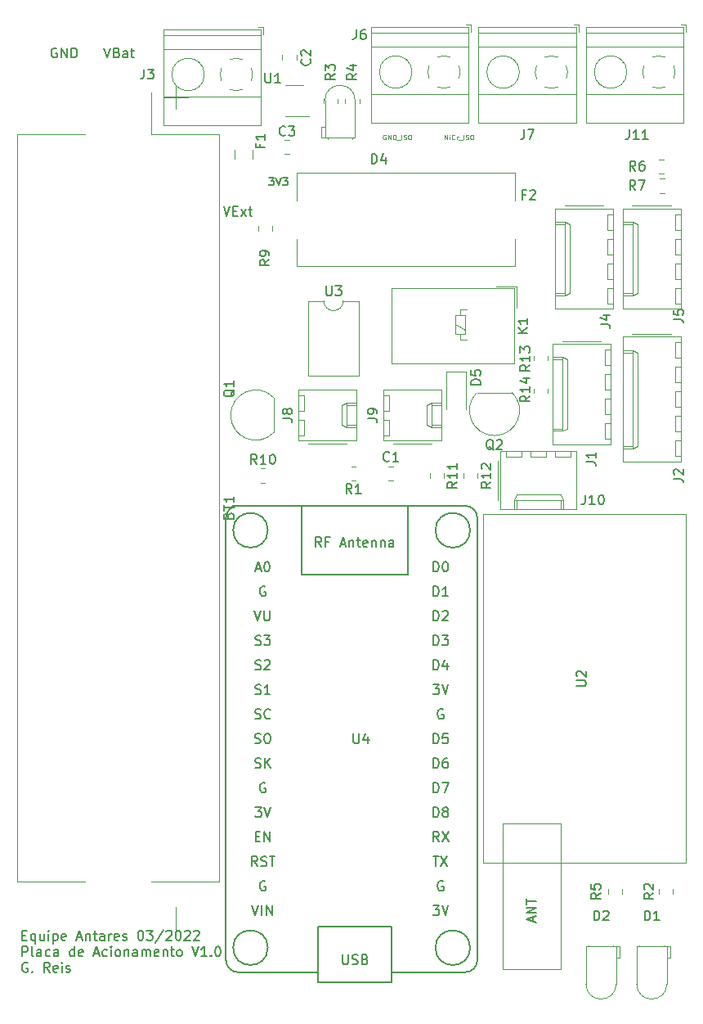
<source format=gbr>
%TF.GenerationSoftware,KiCad,Pcbnew,5.1.12-84ad8e8a86~92~ubuntu16.04.1*%
%TF.CreationDate,2022-03-26T09:40:31-03:00*%
%TF.ProjectId,BaseAurora,42617365-4175-4726-9f72-612e6b696361,rev?*%
%TF.SameCoordinates,Original*%
%TF.FileFunction,Legend,Top*%
%TF.FilePolarity,Positive*%
%FSLAX46Y46*%
G04 Gerber Fmt 4.6, Leading zero omitted, Abs format (unit mm)*
G04 Created by KiCad (PCBNEW 5.1.12-84ad8e8a86~92~ubuntu16.04.1) date 2022-03-26 09:40:31*
%MOMM*%
%LPD*%
G01*
G04 APERTURE LIST*
%ADD10C,0.150000*%
%ADD11C,0.125000*%
%ADD12C,0.120000*%
G04 APERTURE END LIST*
D10*
X212923809Y-41402380D02*
X213257142Y-42402380D01*
X213590476Y-41402380D01*
X213923809Y-41878571D02*
X214257142Y-41878571D01*
X214400000Y-42402380D02*
X213923809Y-42402380D01*
X213923809Y-41402380D01*
X214400000Y-41402380D01*
X214733333Y-42402380D02*
X215257142Y-41735714D01*
X214733333Y-41735714D02*
X215257142Y-42402380D01*
X215495238Y-41735714D02*
X215876190Y-41735714D01*
X215638095Y-41402380D02*
X215638095Y-42259523D01*
X215685714Y-42354761D01*
X215780952Y-42402380D01*
X215876190Y-42402380D01*
X217609523Y-38411904D02*
X218104761Y-38411904D01*
X217838095Y-38716666D01*
X217952380Y-38716666D01*
X218028571Y-38754761D01*
X218066666Y-38792857D01*
X218104761Y-38869047D01*
X218104761Y-39059523D01*
X218066666Y-39135714D01*
X218028571Y-39173809D01*
X217952380Y-39211904D01*
X217723809Y-39211904D01*
X217647619Y-39173809D01*
X217609523Y-39135714D01*
X218333333Y-38411904D02*
X218600000Y-39211904D01*
X218866666Y-38411904D01*
X219057142Y-38411904D02*
X219552380Y-38411904D01*
X219285714Y-38716666D01*
X219400000Y-38716666D01*
X219476190Y-38754761D01*
X219514285Y-38792857D01*
X219552380Y-38869047D01*
X219552380Y-39059523D01*
X219514285Y-39135714D01*
X219476190Y-39173809D01*
X219400000Y-39211904D01*
X219171428Y-39211904D01*
X219095238Y-39173809D01*
X219057142Y-39135714D01*
D11*
X235823809Y-34476190D02*
X235823809Y-33976190D01*
X236109523Y-34476190D01*
X236109523Y-33976190D01*
X236347619Y-34476190D02*
X236347619Y-34142857D01*
X236347619Y-33976190D02*
X236323809Y-34000000D01*
X236347619Y-34023809D01*
X236371428Y-34000000D01*
X236347619Y-33976190D01*
X236347619Y-34023809D01*
X236871428Y-34428571D02*
X236847619Y-34452380D01*
X236776190Y-34476190D01*
X236728571Y-34476190D01*
X236657142Y-34452380D01*
X236609523Y-34404761D01*
X236585714Y-34357142D01*
X236561904Y-34261904D01*
X236561904Y-34190476D01*
X236585714Y-34095238D01*
X236609523Y-34047619D01*
X236657142Y-34000000D01*
X236728571Y-33976190D01*
X236776190Y-33976190D01*
X236847619Y-34000000D01*
X236871428Y-34023809D01*
X237085714Y-34476190D02*
X237085714Y-34142857D01*
X237085714Y-34238095D02*
X237109523Y-34190476D01*
X237133333Y-34166666D01*
X237180952Y-34142857D01*
X237228571Y-34142857D01*
X237276190Y-34523809D02*
X237657142Y-34523809D01*
X237776190Y-34476190D02*
X237776190Y-33976190D01*
X237990476Y-34452380D02*
X238061904Y-34476190D01*
X238180952Y-34476190D01*
X238228571Y-34452380D01*
X238252380Y-34428571D01*
X238276190Y-34380952D01*
X238276190Y-34333333D01*
X238252380Y-34285714D01*
X238228571Y-34261904D01*
X238180952Y-34238095D01*
X238085714Y-34214285D01*
X238038095Y-34190476D01*
X238014285Y-34166666D01*
X237990476Y-34119047D01*
X237990476Y-34071428D01*
X238014285Y-34023809D01*
X238038095Y-34000000D01*
X238085714Y-33976190D01*
X238204761Y-33976190D01*
X238276190Y-34000000D01*
X238585714Y-33976190D02*
X238680952Y-33976190D01*
X238728571Y-34000000D01*
X238776190Y-34047619D01*
X238800000Y-34142857D01*
X238800000Y-34309523D01*
X238776190Y-34404761D01*
X238728571Y-34452380D01*
X238680952Y-34476190D01*
X238585714Y-34476190D01*
X238538095Y-34452380D01*
X238490476Y-34404761D01*
X238466666Y-34309523D01*
X238466666Y-34142857D01*
X238490476Y-34047619D01*
X238538095Y-34000000D01*
X238585714Y-33976190D01*
X229709523Y-34000000D02*
X229661904Y-33976190D01*
X229590476Y-33976190D01*
X229519047Y-34000000D01*
X229471428Y-34047619D01*
X229447619Y-34095238D01*
X229423809Y-34190476D01*
X229423809Y-34261904D01*
X229447619Y-34357142D01*
X229471428Y-34404761D01*
X229519047Y-34452380D01*
X229590476Y-34476190D01*
X229638095Y-34476190D01*
X229709523Y-34452380D01*
X229733333Y-34428571D01*
X229733333Y-34261904D01*
X229638095Y-34261904D01*
X229947619Y-34476190D02*
X229947619Y-33976190D01*
X230233333Y-34476190D01*
X230233333Y-33976190D01*
X230471428Y-34476190D02*
X230471428Y-33976190D01*
X230590476Y-33976190D01*
X230661904Y-34000000D01*
X230709523Y-34047619D01*
X230733333Y-34095238D01*
X230757142Y-34190476D01*
X230757142Y-34261904D01*
X230733333Y-34357142D01*
X230709523Y-34404761D01*
X230661904Y-34452380D01*
X230590476Y-34476190D01*
X230471428Y-34476190D01*
X230852380Y-34523809D02*
X231233333Y-34523809D01*
X231352380Y-34476190D02*
X231352380Y-33976190D01*
X231566666Y-34452380D02*
X231638095Y-34476190D01*
X231757142Y-34476190D01*
X231804761Y-34452380D01*
X231828571Y-34428571D01*
X231852380Y-34380952D01*
X231852380Y-34333333D01*
X231828571Y-34285714D01*
X231804761Y-34261904D01*
X231757142Y-34238095D01*
X231661904Y-34214285D01*
X231614285Y-34190476D01*
X231590476Y-34166666D01*
X231566666Y-34119047D01*
X231566666Y-34071428D01*
X231590476Y-34023809D01*
X231614285Y-34000000D01*
X231661904Y-33976190D01*
X231780952Y-33976190D01*
X231852380Y-34000000D01*
X232161904Y-33976190D02*
X232257142Y-33976190D01*
X232304761Y-34000000D01*
X232352380Y-34047619D01*
X232376190Y-34142857D01*
X232376190Y-34309523D01*
X232352380Y-34404761D01*
X232304761Y-34452380D01*
X232257142Y-34476190D01*
X232161904Y-34476190D01*
X232114285Y-34452380D01*
X232066666Y-34404761D01*
X232042857Y-34309523D01*
X232042857Y-34142857D01*
X232066666Y-34047619D01*
X232114285Y-34000000D01*
X232161904Y-33976190D01*
D10*
X200528571Y-25002380D02*
X200861904Y-26002380D01*
X201195238Y-25002380D01*
X201861904Y-25478571D02*
X202004761Y-25526190D01*
X202052380Y-25573809D01*
X202100000Y-25669047D01*
X202100000Y-25811904D01*
X202052380Y-25907142D01*
X202004761Y-25954761D01*
X201909523Y-26002380D01*
X201528571Y-26002380D01*
X201528571Y-25002380D01*
X201861904Y-25002380D01*
X201957142Y-25050000D01*
X202004761Y-25097619D01*
X202052380Y-25192857D01*
X202052380Y-25288095D01*
X202004761Y-25383333D01*
X201957142Y-25430952D01*
X201861904Y-25478571D01*
X201528571Y-25478571D01*
X202957142Y-26002380D02*
X202957142Y-25478571D01*
X202909523Y-25383333D01*
X202814285Y-25335714D01*
X202623809Y-25335714D01*
X202528571Y-25383333D01*
X202957142Y-25954761D02*
X202861904Y-26002380D01*
X202623809Y-26002380D01*
X202528571Y-25954761D01*
X202480952Y-25859523D01*
X202480952Y-25764285D01*
X202528571Y-25669047D01*
X202623809Y-25621428D01*
X202861904Y-25621428D01*
X202957142Y-25573809D01*
X203290476Y-25335714D02*
X203671428Y-25335714D01*
X203433333Y-25002380D02*
X203433333Y-25859523D01*
X203480952Y-25954761D01*
X203576190Y-26002380D01*
X203671428Y-26002380D01*
X195638095Y-25050000D02*
X195542857Y-25002380D01*
X195400000Y-25002380D01*
X195257142Y-25050000D01*
X195161904Y-25145238D01*
X195114285Y-25240476D01*
X195066666Y-25430952D01*
X195066666Y-25573809D01*
X195114285Y-25764285D01*
X195161904Y-25859523D01*
X195257142Y-25954761D01*
X195400000Y-26002380D01*
X195495238Y-26002380D01*
X195638095Y-25954761D01*
X195685714Y-25907142D01*
X195685714Y-25573809D01*
X195495238Y-25573809D01*
X196114285Y-26002380D02*
X196114285Y-25002380D01*
X196685714Y-26002380D01*
X196685714Y-25002380D01*
X197161904Y-26002380D02*
X197161904Y-25002380D01*
X197400000Y-25002380D01*
X197542857Y-25050000D01*
X197638095Y-25145238D01*
X197685714Y-25240476D01*
X197733333Y-25430952D01*
X197733333Y-25573809D01*
X197685714Y-25764285D01*
X197638095Y-25859523D01*
X197542857Y-25954761D01*
X197400000Y-26002380D01*
X197161904Y-26002380D01*
X192085595Y-116778571D02*
X192418928Y-116778571D01*
X192561785Y-117302380D02*
X192085595Y-117302380D01*
X192085595Y-116302380D01*
X192561785Y-116302380D01*
X193418928Y-116635714D02*
X193418928Y-117635714D01*
X193418928Y-117254761D02*
X193323690Y-117302380D01*
X193133214Y-117302380D01*
X193037976Y-117254761D01*
X192990357Y-117207142D01*
X192942738Y-117111904D01*
X192942738Y-116826190D01*
X192990357Y-116730952D01*
X193037976Y-116683333D01*
X193133214Y-116635714D01*
X193323690Y-116635714D01*
X193418928Y-116683333D01*
X194323690Y-116635714D02*
X194323690Y-117302380D01*
X193895119Y-116635714D02*
X193895119Y-117159523D01*
X193942738Y-117254761D01*
X194037976Y-117302380D01*
X194180833Y-117302380D01*
X194276071Y-117254761D01*
X194323690Y-117207142D01*
X194799880Y-117302380D02*
X194799880Y-116635714D01*
X194799880Y-116302380D02*
X194752261Y-116350000D01*
X194799880Y-116397619D01*
X194847500Y-116350000D01*
X194799880Y-116302380D01*
X194799880Y-116397619D01*
X195276071Y-116635714D02*
X195276071Y-117635714D01*
X195276071Y-116683333D02*
X195371309Y-116635714D01*
X195561785Y-116635714D01*
X195657023Y-116683333D01*
X195704642Y-116730952D01*
X195752261Y-116826190D01*
X195752261Y-117111904D01*
X195704642Y-117207142D01*
X195657023Y-117254761D01*
X195561785Y-117302380D01*
X195371309Y-117302380D01*
X195276071Y-117254761D01*
X196561785Y-117254761D02*
X196466547Y-117302380D01*
X196276071Y-117302380D01*
X196180833Y-117254761D01*
X196133214Y-117159523D01*
X196133214Y-116778571D01*
X196180833Y-116683333D01*
X196276071Y-116635714D01*
X196466547Y-116635714D01*
X196561785Y-116683333D01*
X196609404Y-116778571D01*
X196609404Y-116873809D01*
X196133214Y-116969047D01*
X197752261Y-117016666D02*
X198228452Y-117016666D01*
X197657023Y-117302380D02*
X197990357Y-116302380D01*
X198323690Y-117302380D01*
X198657023Y-116635714D02*
X198657023Y-117302380D01*
X198657023Y-116730952D02*
X198704642Y-116683333D01*
X198799880Y-116635714D01*
X198942738Y-116635714D01*
X199037976Y-116683333D01*
X199085595Y-116778571D01*
X199085595Y-117302380D01*
X199418928Y-116635714D02*
X199799880Y-116635714D01*
X199561785Y-116302380D02*
X199561785Y-117159523D01*
X199609404Y-117254761D01*
X199704642Y-117302380D01*
X199799880Y-117302380D01*
X200561785Y-117302380D02*
X200561785Y-116778571D01*
X200514166Y-116683333D01*
X200418928Y-116635714D01*
X200228452Y-116635714D01*
X200133214Y-116683333D01*
X200561785Y-117254761D02*
X200466547Y-117302380D01*
X200228452Y-117302380D01*
X200133214Y-117254761D01*
X200085595Y-117159523D01*
X200085595Y-117064285D01*
X200133214Y-116969047D01*
X200228452Y-116921428D01*
X200466547Y-116921428D01*
X200561785Y-116873809D01*
X201037976Y-117302380D02*
X201037976Y-116635714D01*
X201037976Y-116826190D02*
X201085595Y-116730952D01*
X201133214Y-116683333D01*
X201228452Y-116635714D01*
X201323690Y-116635714D01*
X202037976Y-117254761D02*
X201942738Y-117302380D01*
X201752261Y-117302380D01*
X201657023Y-117254761D01*
X201609404Y-117159523D01*
X201609404Y-116778571D01*
X201657023Y-116683333D01*
X201752261Y-116635714D01*
X201942738Y-116635714D01*
X202037976Y-116683333D01*
X202085595Y-116778571D01*
X202085595Y-116873809D01*
X201609404Y-116969047D01*
X202466547Y-117254761D02*
X202561785Y-117302380D01*
X202752261Y-117302380D01*
X202847500Y-117254761D01*
X202895119Y-117159523D01*
X202895119Y-117111904D01*
X202847500Y-117016666D01*
X202752261Y-116969047D01*
X202609404Y-116969047D01*
X202514166Y-116921428D01*
X202466547Y-116826190D01*
X202466547Y-116778571D01*
X202514166Y-116683333D01*
X202609404Y-116635714D01*
X202752261Y-116635714D01*
X202847500Y-116683333D01*
X204276071Y-116302380D02*
X204371309Y-116302380D01*
X204466547Y-116350000D01*
X204514166Y-116397619D01*
X204561785Y-116492857D01*
X204609404Y-116683333D01*
X204609404Y-116921428D01*
X204561785Y-117111904D01*
X204514166Y-117207142D01*
X204466547Y-117254761D01*
X204371309Y-117302380D01*
X204276071Y-117302380D01*
X204180833Y-117254761D01*
X204133214Y-117207142D01*
X204085595Y-117111904D01*
X204037976Y-116921428D01*
X204037976Y-116683333D01*
X204085595Y-116492857D01*
X204133214Y-116397619D01*
X204180833Y-116350000D01*
X204276071Y-116302380D01*
X204942738Y-116302380D02*
X205561785Y-116302380D01*
X205228452Y-116683333D01*
X205371309Y-116683333D01*
X205466547Y-116730952D01*
X205514166Y-116778571D01*
X205561785Y-116873809D01*
X205561785Y-117111904D01*
X205514166Y-117207142D01*
X205466547Y-117254761D01*
X205371309Y-117302380D01*
X205085595Y-117302380D01*
X204990357Y-117254761D01*
X204942738Y-117207142D01*
X206704642Y-116254761D02*
X205847500Y-117540476D01*
X206990357Y-116397619D02*
X207037976Y-116350000D01*
X207133214Y-116302380D01*
X207371309Y-116302380D01*
X207466547Y-116350000D01*
X207514166Y-116397619D01*
X207561785Y-116492857D01*
X207561785Y-116588095D01*
X207514166Y-116730952D01*
X206942738Y-117302380D01*
X207561785Y-117302380D01*
X208180833Y-116302380D02*
X208276071Y-116302380D01*
X208371309Y-116350000D01*
X208418928Y-116397619D01*
X208466547Y-116492857D01*
X208514166Y-116683333D01*
X208514166Y-116921428D01*
X208466547Y-117111904D01*
X208418928Y-117207142D01*
X208371309Y-117254761D01*
X208276071Y-117302380D01*
X208180833Y-117302380D01*
X208085595Y-117254761D01*
X208037976Y-117207142D01*
X207990357Y-117111904D01*
X207942738Y-116921428D01*
X207942738Y-116683333D01*
X207990357Y-116492857D01*
X208037976Y-116397619D01*
X208085595Y-116350000D01*
X208180833Y-116302380D01*
X208895119Y-116397619D02*
X208942738Y-116350000D01*
X209037976Y-116302380D01*
X209276071Y-116302380D01*
X209371309Y-116350000D01*
X209418928Y-116397619D01*
X209466547Y-116492857D01*
X209466547Y-116588095D01*
X209418928Y-116730952D01*
X208847500Y-117302380D01*
X209466547Y-117302380D01*
X209847500Y-116397619D02*
X209895119Y-116350000D01*
X209990357Y-116302380D01*
X210228452Y-116302380D01*
X210323690Y-116350000D01*
X210371309Y-116397619D01*
X210418928Y-116492857D01*
X210418928Y-116588095D01*
X210371309Y-116730952D01*
X209799880Y-117302380D01*
X210418928Y-117302380D01*
X192085595Y-118952380D02*
X192085595Y-117952380D01*
X192466547Y-117952380D01*
X192561785Y-118000000D01*
X192609404Y-118047619D01*
X192657023Y-118142857D01*
X192657023Y-118285714D01*
X192609404Y-118380952D01*
X192561785Y-118428571D01*
X192466547Y-118476190D01*
X192085595Y-118476190D01*
X193228452Y-118952380D02*
X193133214Y-118904761D01*
X193085595Y-118809523D01*
X193085595Y-117952380D01*
X194037976Y-118952380D02*
X194037976Y-118428571D01*
X193990357Y-118333333D01*
X193895119Y-118285714D01*
X193704642Y-118285714D01*
X193609404Y-118333333D01*
X194037976Y-118904761D02*
X193942738Y-118952380D01*
X193704642Y-118952380D01*
X193609404Y-118904761D01*
X193561785Y-118809523D01*
X193561785Y-118714285D01*
X193609404Y-118619047D01*
X193704642Y-118571428D01*
X193942738Y-118571428D01*
X194037976Y-118523809D01*
X194942738Y-118904761D02*
X194847500Y-118952380D01*
X194657023Y-118952380D01*
X194561785Y-118904761D01*
X194514166Y-118857142D01*
X194466547Y-118761904D01*
X194466547Y-118476190D01*
X194514166Y-118380952D01*
X194561785Y-118333333D01*
X194657023Y-118285714D01*
X194847500Y-118285714D01*
X194942738Y-118333333D01*
X195799880Y-118952380D02*
X195799880Y-118428571D01*
X195752261Y-118333333D01*
X195657023Y-118285714D01*
X195466547Y-118285714D01*
X195371309Y-118333333D01*
X195799880Y-118904761D02*
X195704642Y-118952380D01*
X195466547Y-118952380D01*
X195371309Y-118904761D01*
X195323690Y-118809523D01*
X195323690Y-118714285D01*
X195371309Y-118619047D01*
X195466547Y-118571428D01*
X195704642Y-118571428D01*
X195799880Y-118523809D01*
X197466547Y-118952380D02*
X197466547Y-117952380D01*
X197466547Y-118904761D02*
X197371309Y-118952380D01*
X197180833Y-118952380D01*
X197085595Y-118904761D01*
X197037976Y-118857142D01*
X196990357Y-118761904D01*
X196990357Y-118476190D01*
X197037976Y-118380952D01*
X197085595Y-118333333D01*
X197180833Y-118285714D01*
X197371309Y-118285714D01*
X197466547Y-118333333D01*
X198323690Y-118904761D02*
X198228452Y-118952380D01*
X198037976Y-118952380D01*
X197942738Y-118904761D01*
X197895119Y-118809523D01*
X197895119Y-118428571D01*
X197942738Y-118333333D01*
X198037976Y-118285714D01*
X198228452Y-118285714D01*
X198323690Y-118333333D01*
X198371309Y-118428571D01*
X198371309Y-118523809D01*
X197895119Y-118619047D01*
X199514166Y-118666666D02*
X199990357Y-118666666D01*
X199418928Y-118952380D02*
X199752261Y-117952380D01*
X200085595Y-118952380D01*
X200847500Y-118904761D02*
X200752261Y-118952380D01*
X200561785Y-118952380D01*
X200466547Y-118904761D01*
X200418928Y-118857142D01*
X200371309Y-118761904D01*
X200371309Y-118476190D01*
X200418928Y-118380952D01*
X200466547Y-118333333D01*
X200561785Y-118285714D01*
X200752261Y-118285714D01*
X200847500Y-118333333D01*
X201276071Y-118952380D02*
X201276071Y-118285714D01*
X201276071Y-117952380D02*
X201228452Y-118000000D01*
X201276071Y-118047619D01*
X201323690Y-118000000D01*
X201276071Y-117952380D01*
X201276071Y-118047619D01*
X201895119Y-118952380D02*
X201799880Y-118904761D01*
X201752261Y-118857142D01*
X201704642Y-118761904D01*
X201704642Y-118476190D01*
X201752261Y-118380952D01*
X201799880Y-118333333D01*
X201895119Y-118285714D01*
X202037976Y-118285714D01*
X202133214Y-118333333D01*
X202180833Y-118380952D01*
X202228452Y-118476190D01*
X202228452Y-118761904D01*
X202180833Y-118857142D01*
X202133214Y-118904761D01*
X202037976Y-118952380D01*
X201895119Y-118952380D01*
X202657023Y-118285714D02*
X202657023Y-118952380D01*
X202657023Y-118380952D02*
X202704642Y-118333333D01*
X202799880Y-118285714D01*
X202942738Y-118285714D01*
X203037976Y-118333333D01*
X203085595Y-118428571D01*
X203085595Y-118952380D01*
X203990357Y-118952380D02*
X203990357Y-118428571D01*
X203942738Y-118333333D01*
X203847500Y-118285714D01*
X203657023Y-118285714D01*
X203561785Y-118333333D01*
X203990357Y-118904761D02*
X203895119Y-118952380D01*
X203657023Y-118952380D01*
X203561785Y-118904761D01*
X203514166Y-118809523D01*
X203514166Y-118714285D01*
X203561785Y-118619047D01*
X203657023Y-118571428D01*
X203895119Y-118571428D01*
X203990357Y-118523809D01*
X204466547Y-118952380D02*
X204466547Y-118285714D01*
X204466547Y-118380952D02*
X204514166Y-118333333D01*
X204609404Y-118285714D01*
X204752261Y-118285714D01*
X204847500Y-118333333D01*
X204895119Y-118428571D01*
X204895119Y-118952380D01*
X204895119Y-118428571D02*
X204942738Y-118333333D01*
X205037976Y-118285714D01*
X205180833Y-118285714D01*
X205276071Y-118333333D01*
X205323690Y-118428571D01*
X205323690Y-118952380D01*
X206180833Y-118904761D02*
X206085595Y-118952380D01*
X205895119Y-118952380D01*
X205799880Y-118904761D01*
X205752261Y-118809523D01*
X205752261Y-118428571D01*
X205799880Y-118333333D01*
X205895119Y-118285714D01*
X206085595Y-118285714D01*
X206180833Y-118333333D01*
X206228452Y-118428571D01*
X206228452Y-118523809D01*
X205752261Y-118619047D01*
X206657023Y-118285714D02*
X206657023Y-118952380D01*
X206657023Y-118380952D02*
X206704642Y-118333333D01*
X206799880Y-118285714D01*
X206942738Y-118285714D01*
X207037976Y-118333333D01*
X207085595Y-118428571D01*
X207085595Y-118952380D01*
X207418928Y-118285714D02*
X207799880Y-118285714D01*
X207561785Y-117952380D02*
X207561785Y-118809523D01*
X207609404Y-118904761D01*
X207704642Y-118952380D01*
X207799880Y-118952380D01*
X208276071Y-118952380D02*
X208180833Y-118904761D01*
X208133214Y-118857142D01*
X208085595Y-118761904D01*
X208085595Y-118476190D01*
X208133214Y-118380952D01*
X208180833Y-118333333D01*
X208276071Y-118285714D01*
X208418928Y-118285714D01*
X208514166Y-118333333D01*
X208561785Y-118380952D01*
X208609404Y-118476190D01*
X208609404Y-118761904D01*
X208561785Y-118857142D01*
X208514166Y-118904761D01*
X208418928Y-118952380D01*
X208276071Y-118952380D01*
X209657023Y-117952380D02*
X209990357Y-118952380D01*
X210323690Y-117952380D01*
X211180833Y-118952380D02*
X210609404Y-118952380D01*
X210895119Y-118952380D02*
X210895119Y-117952380D01*
X210799880Y-118095238D01*
X210704642Y-118190476D01*
X210609404Y-118238095D01*
X211609404Y-118857142D02*
X211657023Y-118904761D01*
X211609404Y-118952380D01*
X211561785Y-118904761D01*
X211609404Y-118857142D01*
X211609404Y-118952380D01*
X212276071Y-117952380D02*
X212371309Y-117952380D01*
X212466547Y-118000000D01*
X212514166Y-118047619D01*
X212561785Y-118142857D01*
X212609404Y-118333333D01*
X212609404Y-118571428D01*
X212561785Y-118761904D01*
X212514166Y-118857142D01*
X212466547Y-118904761D01*
X212371309Y-118952380D01*
X212276071Y-118952380D01*
X212180833Y-118904761D01*
X212133214Y-118857142D01*
X212085595Y-118761904D01*
X212037976Y-118571428D01*
X212037976Y-118333333D01*
X212085595Y-118142857D01*
X212133214Y-118047619D01*
X212180833Y-118000000D01*
X212276071Y-117952380D01*
X192609404Y-119650000D02*
X192514166Y-119602380D01*
X192371309Y-119602380D01*
X192228452Y-119650000D01*
X192133214Y-119745238D01*
X192085595Y-119840476D01*
X192037976Y-120030952D01*
X192037976Y-120173809D01*
X192085595Y-120364285D01*
X192133214Y-120459523D01*
X192228452Y-120554761D01*
X192371309Y-120602380D01*
X192466547Y-120602380D01*
X192609404Y-120554761D01*
X192657023Y-120507142D01*
X192657023Y-120173809D01*
X192466547Y-120173809D01*
X193085595Y-120507142D02*
X193133214Y-120554761D01*
X193085595Y-120602380D01*
X193037976Y-120554761D01*
X193085595Y-120507142D01*
X193085595Y-120602380D01*
X194895119Y-120602380D02*
X194561785Y-120126190D01*
X194323690Y-120602380D02*
X194323690Y-119602380D01*
X194704642Y-119602380D01*
X194799880Y-119650000D01*
X194847500Y-119697619D01*
X194895119Y-119792857D01*
X194895119Y-119935714D01*
X194847500Y-120030952D01*
X194799880Y-120078571D01*
X194704642Y-120126190D01*
X194323690Y-120126190D01*
X195704642Y-120554761D02*
X195609404Y-120602380D01*
X195418928Y-120602380D01*
X195323690Y-120554761D01*
X195276071Y-120459523D01*
X195276071Y-120078571D01*
X195323690Y-119983333D01*
X195418928Y-119935714D01*
X195609404Y-119935714D01*
X195704642Y-119983333D01*
X195752261Y-120078571D01*
X195752261Y-120173809D01*
X195276071Y-120269047D01*
X196180833Y-120602380D02*
X196180833Y-119935714D01*
X196180833Y-119602380D02*
X196133214Y-119650000D01*
X196180833Y-119697619D01*
X196228452Y-119650000D01*
X196180833Y-119602380D01*
X196180833Y-119697619D01*
X196609404Y-120554761D02*
X196704642Y-120602380D01*
X196895119Y-120602380D01*
X196990357Y-120554761D01*
X197037976Y-120459523D01*
X197037976Y-120411904D01*
X196990357Y-120316666D01*
X196895119Y-120269047D01*
X196752261Y-120269047D01*
X196657023Y-120221428D01*
X196609404Y-120126190D01*
X196609404Y-120078571D01*
X196657023Y-119983333D01*
X196752261Y-119935714D01*
X196895119Y-119935714D01*
X196990357Y-119983333D01*
D12*
%TO.C,J7*%
X243555000Y-27500000D02*
G75*
G03*
X243555000Y-27500000I-1680000J0D01*
G01*
X249435000Y-23400000D02*
X239315000Y-23400000D01*
X249435000Y-24900000D02*
X239315000Y-24900000D01*
X249435000Y-29801000D02*
X239315000Y-29801000D01*
X249435000Y-32761000D02*
X239315000Y-32761000D01*
X249435000Y-22840000D02*
X239315000Y-22840000D01*
X249435000Y-32761000D02*
X249435000Y-22840000D01*
X239315000Y-32761000D02*
X239315000Y-22840000D01*
X240600000Y-28569000D02*
X240647000Y-28523000D01*
X242909000Y-26261000D02*
X242944000Y-26226000D01*
X240805000Y-28775000D02*
X240840000Y-28739000D01*
X243102000Y-26477000D02*
X243149000Y-26431000D01*
X249675000Y-23340000D02*
X249675000Y-22600000D01*
X249675000Y-22600000D02*
X249175000Y-22600000D01*
X246846195Y-25819747D02*
G75*
G02*
X247559000Y-25965000I28805J-1680253D01*
G01*
X248410426Y-26816958D02*
G75*
G02*
X248410000Y-28184000I-1535426J-683042D01*
G01*
X247558042Y-29035426D02*
G75*
G02*
X246191000Y-29035000I-683042J1535426D01*
G01*
X245339574Y-28183042D02*
G75*
G02*
X245340000Y-26816000I1535426J683042D01*
G01*
X246191682Y-25965244D02*
G75*
G02*
X246875000Y-25820000I683318J-1534756D01*
G01*
%TO.C,J2*%
X259680000Y-67210000D02*
X260280000Y-67210000D01*
X259680000Y-65610000D02*
X259680000Y-67210000D01*
X260280000Y-65610000D02*
X259680000Y-65610000D01*
X259680000Y-64670000D02*
X260280000Y-64670000D01*
X259680000Y-63070000D02*
X259680000Y-64670000D01*
X260280000Y-63070000D02*
X259680000Y-63070000D01*
X259680000Y-62130000D02*
X260280000Y-62130000D01*
X259680000Y-60530000D02*
X259680000Y-62130000D01*
X260280000Y-60530000D02*
X259680000Y-60530000D01*
X259680000Y-59590000D02*
X260280000Y-59590000D01*
X259680000Y-57990000D02*
X259680000Y-59590000D01*
X260280000Y-57990000D02*
X259680000Y-57990000D01*
X259680000Y-57050000D02*
X260280000Y-57050000D01*
X259680000Y-55450000D02*
X259680000Y-57050000D01*
X260280000Y-55450000D02*
X259680000Y-55450000D01*
X254260000Y-66160000D02*
X255260000Y-66160000D01*
X254260000Y-56500000D02*
X255260000Y-56500000D01*
X255790000Y-66160000D02*
X255260000Y-66410000D01*
X255790000Y-56500000D02*
X255790000Y-66160000D01*
X255260000Y-56250000D02*
X255790000Y-56500000D01*
X255260000Y-66410000D02*
X254260000Y-66410000D01*
X255260000Y-56250000D02*
X255260000Y-66410000D01*
X254260000Y-56250000D02*
X255260000Y-56250000D01*
X259250000Y-54580000D02*
X255250000Y-54580000D01*
X260280000Y-67790000D02*
X260280000Y-54870000D01*
X254260000Y-67790000D02*
X260280000Y-67790000D01*
X254260000Y-54870000D02*
X254260000Y-67790000D01*
X260280000Y-54870000D02*
X254260000Y-54870000D01*
%TO.C,J5*%
X259680000Y-51420000D02*
X260280000Y-51420000D01*
X259680000Y-49820000D02*
X259680000Y-51420000D01*
X260280000Y-49820000D02*
X259680000Y-49820000D01*
X259680000Y-48880000D02*
X260280000Y-48880000D01*
X259680000Y-47280000D02*
X259680000Y-48880000D01*
X260280000Y-47280000D02*
X259680000Y-47280000D01*
X259680000Y-46340000D02*
X260280000Y-46340000D01*
X259680000Y-44740000D02*
X259680000Y-46340000D01*
X260280000Y-44740000D02*
X259680000Y-44740000D01*
X259680000Y-43800000D02*
X260280000Y-43800000D01*
X259680000Y-42200000D02*
X259680000Y-43800000D01*
X260280000Y-42200000D02*
X259680000Y-42200000D01*
X254260000Y-50370000D02*
X255260000Y-50370000D01*
X254260000Y-43250000D02*
X255260000Y-43250000D01*
X255790000Y-50370000D02*
X255260000Y-50620000D01*
X255790000Y-43250000D02*
X255790000Y-50370000D01*
X255260000Y-43000000D02*
X255790000Y-43250000D01*
X255260000Y-50620000D02*
X254260000Y-50620000D01*
X255260000Y-43000000D02*
X255260000Y-50620000D01*
X254260000Y-43000000D02*
X255260000Y-43000000D01*
X259250000Y-41330000D02*
X255250000Y-41330000D01*
X260280000Y-52000000D02*
X260280000Y-41620000D01*
X254260000Y-52000000D02*
X260280000Y-52000000D01*
X254260000Y-41620000D02*
X254260000Y-52000000D01*
X260280000Y-41620000D02*
X254260000Y-41620000D01*
%TO.C,U2*%
X260830000Y-109250000D02*
X260830000Y-73250000D01*
X239830000Y-109250000D02*
X260830000Y-109250000D01*
X239830000Y-73250000D02*
X239830000Y-109250000D01*
X260830000Y-73250000D02*
X239830000Y-73250000D01*
X247830000Y-105250000D02*
X247830000Y-120250000D01*
X247830000Y-120250000D02*
X241830000Y-120250000D01*
X241830000Y-120250000D02*
X241830000Y-105250000D01*
X241830000Y-105250000D02*
X247830000Y-105250000D01*
%TO.C,J10*%
X248880000Y-67320000D02*
X248880000Y-66720000D01*
X247280000Y-67320000D02*
X248880000Y-67320000D01*
X247280000Y-66720000D02*
X247280000Y-67320000D01*
X246340000Y-67320000D02*
X246340000Y-66720000D01*
X244740000Y-67320000D02*
X246340000Y-67320000D01*
X244740000Y-66720000D02*
X244740000Y-67320000D01*
X243800000Y-67320000D02*
X243800000Y-66720000D01*
X242200000Y-67320000D02*
X243800000Y-67320000D01*
X242200000Y-66720000D02*
X242200000Y-67320000D01*
X247830000Y-72740000D02*
X247830000Y-71740000D01*
X243250000Y-72740000D02*
X243250000Y-71740000D01*
X247830000Y-71210000D02*
X248080000Y-71740000D01*
X243250000Y-71210000D02*
X247830000Y-71210000D01*
X243000000Y-71740000D02*
X243250000Y-71210000D01*
X248080000Y-71740000D02*
X248080000Y-72740000D01*
X243000000Y-71740000D02*
X248080000Y-71740000D01*
X243000000Y-72740000D02*
X243000000Y-71740000D01*
X241330000Y-67750000D02*
X241330000Y-71750000D01*
X249460000Y-66720000D02*
X241620000Y-66720000D01*
X249460000Y-72740000D02*
X249460000Y-66720000D01*
X241620000Y-72740000D02*
X249460000Y-72740000D01*
X241620000Y-66720000D02*
X241620000Y-72740000D01*
%TO.C,BT1*%
X206750000Y-30080000D02*
X209250000Y-30080000D01*
X208000000Y-28830000D02*
X208000000Y-31330000D01*
X208000000Y-116330000D02*
X208000000Y-113830000D01*
X205440000Y-111220000D02*
X212420000Y-111220000D01*
X212440000Y-111220000D02*
X212440000Y-33940000D01*
X212440000Y-33940000D02*
X205440000Y-33940000D01*
X198560000Y-111220000D02*
X191560000Y-111220000D01*
X191560000Y-111220000D02*
X191560000Y-33940000D01*
X191560000Y-33940000D02*
X198560000Y-33940000D01*
X205440000Y-33940000D02*
X205440000Y-29580000D01*
D10*
%TO.C,U4*%
X237930000Y-72350000D02*
X213800000Y-72350000D01*
X238456051Y-74890000D02*
G75*
G03*
X238456051Y-74890000I-1796051J0D01*
G01*
X217501051Y-74890000D02*
G75*
G03*
X217501051Y-74890000I-1796051J0D01*
G01*
X217501051Y-118070000D02*
G75*
G03*
X217501051Y-118070000I-1796051J0D01*
G01*
X238456051Y-118070000D02*
G75*
G03*
X238456051Y-118070000I-1796051J0D01*
G01*
X222690000Y-120610000D02*
X214435000Y-120610000D01*
X213165000Y-73620000D02*
X213165000Y-119340000D01*
X239200000Y-73620000D02*
X239200000Y-119340000D01*
X230300000Y-121610000D02*
X222700000Y-121610000D01*
X230300000Y-115880000D02*
X230300000Y-121610000D01*
X222700000Y-115880000D02*
X230300000Y-115880000D01*
X222700000Y-121610000D02*
X222700000Y-115880000D01*
X221000000Y-79480000D02*
X221000000Y-72350000D01*
X232000000Y-72350000D02*
X232000000Y-79480000D01*
X232000000Y-79480000D02*
X221000000Y-79480000D01*
X237930000Y-120610000D02*
X230310000Y-120610000D01*
X214435000Y-72350000D02*
G75*
G03*
X213165000Y-73620000I0J-1270000D01*
G01*
X239200000Y-73620000D02*
G75*
G03*
X237930000Y-72350000I-1270000J0D01*
G01*
X237930000Y-120610000D02*
G75*
G03*
X239200000Y-119340000I0J1270000D01*
G01*
X213165000Y-119340000D02*
G75*
G03*
X214435000Y-120610000I1270000J0D01*
G01*
D12*
%TO.C,R1*%
X226592064Y-68265000D02*
X226137936Y-68265000D01*
X226592064Y-69735000D02*
X226137936Y-69735000D01*
%TO.C,C1*%
X229988748Y-69735000D02*
X230511252Y-69735000D01*
X229988748Y-68265000D02*
X230511252Y-68265000D01*
%TO.C,Q2*%
X242780000Y-60650000D02*
X239180000Y-60650000D01*
X239141522Y-60661522D02*
G75*
G03*
X240980000Y-65100000I1838478J-1838478D01*
G01*
X242818478Y-60661522D02*
G75*
G02*
X240980000Y-65100000I-1838478J-1838478D01*
G01*
%TO.C,U3*%
X226960000Y-51170000D02*
X225310000Y-51170000D01*
X226960000Y-58910000D02*
X226960000Y-51170000D01*
X221660000Y-58910000D02*
X226960000Y-58910000D01*
X221660000Y-51170000D02*
X221660000Y-58910000D01*
X223310000Y-51170000D02*
X221660000Y-51170000D01*
X225310000Y-51170000D02*
G75*
G02*
X223310000Y-51170000I-1000000J0D01*
G01*
%TO.C,U1*%
X219350000Y-32110000D02*
X221800000Y-32110000D01*
X221150000Y-28890000D02*
X219350000Y-28890000D01*
%TO.C,Q1*%
X218100000Y-64780000D02*
X218100000Y-61180000D01*
X218088478Y-61141522D02*
G75*
G03*
X213650000Y-62980000I-1838478J-1838478D01*
G01*
X218088478Y-64818478D02*
G75*
G02*
X213650000Y-62980000I-1838478J1838478D01*
G01*
%TO.C,K1*%
X237940000Y-54577000D02*
X236924000Y-54577000D01*
X236924000Y-52672000D02*
X236924000Y-54577000D01*
X237940000Y-52672000D02*
X236924000Y-52672000D01*
X237940000Y-54577000D02*
X237940000Y-52672000D01*
X237432000Y-55212000D02*
X237432000Y-54577000D01*
X238067000Y-55212000D02*
X237432000Y-55212000D01*
X237432000Y-52012000D02*
X237432000Y-52672000D01*
X238067000Y-52012000D02*
X237432000Y-52012000D01*
X237940000Y-54196000D02*
X236924000Y-53561000D01*
X243050000Y-49850000D02*
X243050000Y-57650000D01*
X243050000Y-57650000D02*
X230350000Y-57650000D01*
X230350000Y-57650000D02*
X230350000Y-49850000D01*
X230350000Y-49850000D02*
X243050000Y-49850000D01*
X241150000Y-49650000D02*
X243250000Y-49650000D01*
X243250000Y-49650000D02*
X243250000Y-51850000D01*
%TO.C,J9*%
X230070000Y-60910000D02*
X229470000Y-60910000D01*
X230070000Y-62510000D02*
X230070000Y-60910000D01*
X229470000Y-62510000D02*
X230070000Y-62510000D01*
X230070000Y-63450000D02*
X229470000Y-63450000D01*
X230070000Y-65050000D02*
X230070000Y-63450000D01*
X229470000Y-65050000D02*
X230070000Y-65050000D01*
X235490000Y-61960000D02*
X234490000Y-61960000D01*
X235490000Y-64000000D02*
X234490000Y-64000000D01*
X233960000Y-61960000D02*
X234490000Y-61710000D01*
X233960000Y-64000000D02*
X233960000Y-61960000D01*
X234490000Y-64250000D02*
X233960000Y-64000000D01*
X234490000Y-61710000D02*
X235490000Y-61710000D01*
X234490000Y-64250000D02*
X234490000Y-61710000D01*
X235490000Y-64250000D02*
X234490000Y-64250000D01*
X230500000Y-65920000D02*
X234500000Y-65920000D01*
X229470000Y-60330000D02*
X229470000Y-65630000D01*
X235490000Y-60330000D02*
X229470000Y-60330000D01*
X235490000Y-65630000D02*
X235490000Y-60330000D01*
X229470000Y-65630000D02*
X235490000Y-65630000D01*
%TO.C,J8*%
X221260000Y-60910000D02*
X220660000Y-60910000D01*
X221260000Y-62510000D02*
X221260000Y-60910000D01*
X220660000Y-62510000D02*
X221260000Y-62510000D01*
X221260000Y-63450000D02*
X220660000Y-63450000D01*
X221260000Y-65050000D02*
X221260000Y-63450000D01*
X220660000Y-65050000D02*
X221260000Y-65050000D01*
X226680000Y-61960000D02*
X225680000Y-61960000D01*
X226680000Y-64000000D02*
X225680000Y-64000000D01*
X225150000Y-61960000D02*
X225680000Y-61710000D01*
X225150000Y-64000000D02*
X225150000Y-61960000D01*
X225680000Y-64250000D02*
X225150000Y-64000000D01*
X225680000Y-61710000D02*
X226680000Y-61710000D01*
X225680000Y-64250000D02*
X225680000Y-61710000D01*
X226680000Y-64250000D02*
X225680000Y-64250000D01*
X221690000Y-65920000D02*
X225690000Y-65920000D01*
X220660000Y-60330000D02*
X220660000Y-65630000D01*
X226680000Y-60330000D02*
X220660000Y-60330000D01*
X226680000Y-65630000D02*
X226680000Y-60330000D01*
X220660000Y-65630000D02*
X226680000Y-65630000D01*
%TO.C,J4*%
X252680000Y-51420000D02*
X253280000Y-51420000D01*
X252680000Y-49820000D02*
X252680000Y-51420000D01*
X253280000Y-49820000D02*
X252680000Y-49820000D01*
X252680000Y-48880000D02*
X253280000Y-48880000D01*
X252680000Y-47280000D02*
X252680000Y-48880000D01*
X253280000Y-47280000D02*
X252680000Y-47280000D01*
X252680000Y-46340000D02*
X253280000Y-46340000D01*
X252680000Y-44740000D02*
X252680000Y-46340000D01*
X253280000Y-44740000D02*
X252680000Y-44740000D01*
X252680000Y-43800000D02*
X253280000Y-43800000D01*
X252680000Y-42200000D02*
X252680000Y-43800000D01*
X253280000Y-42200000D02*
X252680000Y-42200000D01*
X247260000Y-50370000D02*
X248260000Y-50370000D01*
X247260000Y-43250000D02*
X248260000Y-43250000D01*
X248790000Y-50370000D02*
X248260000Y-50620000D01*
X248790000Y-43250000D02*
X248790000Y-50370000D01*
X248260000Y-43000000D02*
X248790000Y-43250000D01*
X248260000Y-50620000D02*
X247260000Y-50620000D01*
X248260000Y-43000000D02*
X248260000Y-50620000D01*
X247260000Y-43000000D02*
X248260000Y-43000000D01*
X252250000Y-41330000D02*
X248250000Y-41330000D01*
X253280000Y-52000000D02*
X253280000Y-41620000D01*
X247260000Y-52000000D02*
X253280000Y-52000000D01*
X247260000Y-41620000D02*
X247260000Y-52000000D01*
X253280000Y-41620000D02*
X247260000Y-41620000D01*
%TO.C,J1*%
X252430000Y-65420000D02*
X253030000Y-65420000D01*
X252430000Y-63820000D02*
X252430000Y-65420000D01*
X253030000Y-63820000D02*
X252430000Y-63820000D01*
X252430000Y-62880000D02*
X253030000Y-62880000D01*
X252430000Y-61280000D02*
X252430000Y-62880000D01*
X253030000Y-61280000D02*
X252430000Y-61280000D01*
X252430000Y-60340000D02*
X253030000Y-60340000D01*
X252430000Y-58740000D02*
X252430000Y-60340000D01*
X253030000Y-58740000D02*
X252430000Y-58740000D01*
X252430000Y-57800000D02*
X253030000Y-57800000D01*
X252430000Y-56200000D02*
X252430000Y-57800000D01*
X253030000Y-56200000D02*
X252430000Y-56200000D01*
X247010000Y-64370000D02*
X248010000Y-64370000D01*
X247010000Y-57250000D02*
X248010000Y-57250000D01*
X248540000Y-64370000D02*
X248010000Y-64620000D01*
X248540000Y-57250000D02*
X248540000Y-64370000D01*
X248010000Y-57000000D02*
X248540000Y-57250000D01*
X248010000Y-64620000D02*
X247010000Y-64620000D01*
X248010000Y-57000000D02*
X248010000Y-64620000D01*
X247010000Y-57000000D02*
X248010000Y-57000000D01*
X252000000Y-55330000D02*
X248000000Y-55330000D01*
X253030000Y-66000000D02*
X253030000Y-55620000D01*
X247010000Y-66000000D02*
X253030000Y-66000000D01*
X247010000Y-55620000D02*
X247010000Y-66000000D01*
X253030000Y-55620000D02*
X247010000Y-55620000D01*
%TO.C,F2*%
X220500000Y-47550000D02*
X220500000Y-44750000D01*
X220500000Y-47550000D02*
X243100000Y-47550000D01*
X220500000Y-37950000D02*
X243100000Y-37950000D01*
X220500000Y-40750000D02*
X220500000Y-37950000D01*
X243100000Y-40750000D02*
X243100000Y-37950000D01*
X243100000Y-47550000D02*
X243100000Y-44750000D01*
%TO.C,F1*%
X214090000Y-35509545D02*
X214090000Y-36490455D01*
X215910000Y-35509545D02*
X215910000Y-36490455D01*
%TO.C,D5*%
X238000000Y-58500000D02*
X238000000Y-62400000D01*
X236000000Y-58500000D02*
X236000000Y-62400000D01*
X238000000Y-58500000D02*
X236000000Y-58500000D01*
%TO.C,D4*%
X223710000Y-34420000D02*
X223710000Y-34420000D01*
X223710000Y-34290000D02*
X223710000Y-34420000D01*
X223710000Y-34290000D02*
X223710000Y-34290000D01*
X223710000Y-34420000D02*
X223710000Y-34290000D01*
X226250000Y-34420000D02*
X226250000Y-34420000D01*
X226250000Y-34290000D02*
X226250000Y-34420000D01*
X226250000Y-34290000D02*
X226250000Y-34290000D01*
X226250000Y-34420000D02*
X226250000Y-34290000D01*
X223420000Y-34290000D02*
X223020000Y-34290000D01*
X223420000Y-33170000D02*
X223420000Y-34290000D01*
X223020000Y-33170000D02*
X223420000Y-33170000D01*
X223020000Y-34290000D02*
X223020000Y-33170000D01*
X226540000Y-34290000D02*
X223420000Y-34290000D01*
X223420000Y-34290000D02*
X223420000Y-30430000D01*
X226540000Y-34290000D02*
X226540000Y-30430000D01*
X223420000Y-30430000D02*
G75*
G02*
X226540000Y-30430000I1560000J0D01*
G01*
%TO.C,D2*%
X253290000Y-117830000D02*
X253290000Y-117830000D01*
X253290000Y-117960000D02*
X253290000Y-117830000D01*
X253290000Y-117960000D02*
X253290000Y-117960000D01*
X253290000Y-117830000D02*
X253290000Y-117960000D01*
X250750000Y-117830000D02*
X250750000Y-117830000D01*
X250750000Y-117960000D02*
X250750000Y-117830000D01*
X250750000Y-117960000D02*
X250750000Y-117960000D01*
X250750000Y-117830000D02*
X250750000Y-117960000D01*
X253580000Y-117960000D02*
X253980000Y-117960000D01*
X253580000Y-119080000D02*
X253580000Y-117960000D01*
X253980000Y-119080000D02*
X253580000Y-119080000D01*
X253980000Y-117960000D02*
X253980000Y-119080000D01*
X250460000Y-117960000D02*
X253580000Y-117960000D01*
X253580000Y-117960000D02*
X253580000Y-121820000D01*
X250460000Y-117960000D02*
X250460000Y-121820000D01*
X253580000Y-121820000D02*
G75*
G02*
X250460000Y-121820000I-1560000J0D01*
G01*
%TO.C,D1*%
X258540000Y-117830000D02*
X258540000Y-117830000D01*
X258540000Y-117960000D02*
X258540000Y-117830000D01*
X258540000Y-117960000D02*
X258540000Y-117960000D01*
X258540000Y-117830000D02*
X258540000Y-117960000D01*
X256000000Y-117830000D02*
X256000000Y-117830000D01*
X256000000Y-117960000D02*
X256000000Y-117830000D01*
X256000000Y-117960000D02*
X256000000Y-117960000D01*
X256000000Y-117830000D02*
X256000000Y-117960000D01*
X258830000Y-117960000D02*
X259230000Y-117960000D01*
X258830000Y-119080000D02*
X258830000Y-117960000D01*
X259230000Y-119080000D02*
X258830000Y-119080000D01*
X259230000Y-117960000D02*
X259230000Y-119080000D01*
X255710000Y-117960000D02*
X258830000Y-117960000D01*
X258830000Y-117960000D02*
X258830000Y-121820000D01*
X255710000Y-117960000D02*
X255710000Y-121820000D01*
X258830000Y-121820000D02*
G75*
G02*
X255710000Y-121820000I-1560000J0D01*
G01*
%TO.C,C3*%
X219238748Y-35985000D02*
X219761252Y-35985000D01*
X219238748Y-34515000D02*
X219761252Y-34515000D01*
%TO.C,C2*%
X220485000Y-26261252D02*
X220485000Y-25738748D01*
X219015000Y-26261252D02*
X219015000Y-25738748D01*
%TO.C,J3*%
X217050000Y-22850000D02*
X216550000Y-22850000D01*
X217050000Y-23590000D02*
X217050000Y-22850000D01*
X210477000Y-26727000D02*
X210524000Y-26681000D01*
X208180000Y-29025000D02*
X208215000Y-28989000D01*
X210284000Y-26511000D02*
X210319000Y-26476000D01*
X207975000Y-28819000D02*
X208022000Y-28773000D01*
X206690000Y-33011000D02*
X206690000Y-23090000D01*
X216810000Y-33011000D02*
X216810000Y-23090000D01*
X216810000Y-23090000D02*
X206690000Y-23090000D01*
X216810000Y-33011000D02*
X206690000Y-33011000D01*
X216810000Y-30051000D02*
X206690000Y-30051000D01*
X216810000Y-25150000D02*
X206690000Y-25150000D01*
X216810000Y-23650000D02*
X206690000Y-23650000D01*
X210930000Y-27750000D02*
G75*
G03*
X210930000Y-27750000I-1680000J0D01*
G01*
X213566682Y-26215244D02*
G75*
G02*
X214250000Y-26070000I683318J-1534756D01*
G01*
X212714574Y-28433042D02*
G75*
G02*
X212715000Y-27066000I1535426J683042D01*
G01*
X214933042Y-29285426D02*
G75*
G02*
X213566000Y-29285000I-683042J1535426D01*
G01*
X215785426Y-27066958D02*
G75*
G02*
X215785000Y-28434000I-1535426J-683042D01*
G01*
X214221195Y-26069747D02*
G75*
G02*
X214934000Y-26215000I28805J-1680253D01*
G01*
%TO.C,J6*%
X238550000Y-22600000D02*
X238050000Y-22600000D01*
X238550000Y-23340000D02*
X238550000Y-22600000D01*
X231977000Y-26477000D02*
X232024000Y-26431000D01*
X229680000Y-28775000D02*
X229715000Y-28739000D01*
X231784000Y-26261000D02*
X231819000Y-26226000D01*
X229475000Y-28569000D02*
X229522000Y-28523000D01*
X228190000Y-32761000D02*
X228190000Y-22840000D01*
X238310000Y-32761000D02*
X238310000Y-22840000D01*
X238310000Y-22840000D02*
X228190000Y-22840000D01*
X238310000Y-32761000D02*
X228190000Y-32761000D01*
X238310000Y-29801000D02*
X228190000Y-29801000D01*
X238310000Y-24900000D02*
X228190000Y-24900000D01*
X238310000Y-23400000D02*
X228190000Y-23400000D01*
X232430000Y-27500000D02*
G75*
G03*
X232430000Y-27500000I-1680000J0D01*
G01*
X235066682Y-25965244D02*
G75*
G02*
X235750000Y-25820000I683318J-1534756D01*
G01*
X234214574Y-28183042D02*
G75*
G02*
X234215000Y-26816000I1535426J683042D01*
G01*
X236433042Y-29035426D02*
G75*
G02*
X235066000Y-29035000I-683042J1535426D01*
G01*
X237285426Y-26816958D02*
G75*
G02*
X237285000Y-28184000I-1535426J-683042D01*
G01*
X235721195Y-25819747D02*
G75*
G02*
X236434000Y-25965000I28805J-1680253D01*
G01*
%TO.C,J11*%
X254680000Y-27500000D02*
G75*
G03*
X254680000Y-27500000I-1680000J0D01*
G01*
X260560000Y-23400000D02*
X250440000Y-23400000D01*
X260560000Y-24900000D02*
X250440000Y-24900000D01*
X260560000Y-29801000D02*
X250440000Y-29801000D01*
X260560000Y-32761000D02*
X250440000Y-32761000D01*
X260560000Y-22840000D02*
X250440000Y-22840000D01*
X260560000Y-32761000D02*
X260560000Y-22840000D01*
X250440000Y-32761000D02*
X250440000Y-22840000D01*
X251725000Y-28569000D02*
X251772000Y-28523000D01*
X254034000Y-26261000D02*
X254069000Y-26226000D01*
X251930000Y-28775000D02*
X251965000Y-28739000D01*
X254227000Y-26477000D02*
X254274000Y-26431000D01*
X260800000Y-23340000D02*
X260800000Y-22600000D01*
X260800000Y-22600000D02*
X260300000Y-22600000D01*
X257971195Y-25819747D02*
G75*
G02*
X258684000Y-25965000I28805J-1680253D01*
G01*
X259535426Y-26816958D02*
G75*
G02*
X259535000Y-28184000I-1535426J-683042D01*
G01*
X258683042Y-29035426D02*
G75*
G02*
X257316000Y-29035000I-683042J1535426D01*
G01*
X256464574Y-28183042D02*
G75*
G02*
X256465000Y-26816000I1535426J683042D01*
G01*
X257316682Y-25965244D02*
G75*
G02*
X258000000Y-25820000I683318J-1534756D01*
G01*
%TO.C,R2*%
X259485000Y-112022936D02*
X259485000Y-112477064D01*
X258015000Y-112022936D02*
X258015000Y-112477064D01*
%TO.C,R3*%
X223265000Y-30727064D02*
X223265000Y-30272936D01*
X224735000Y-30727064D02*
X224735000Y-30272936D01*
%TO.C,R4*%
X226985000Y-30727064D02*
X226985000Y-30272936D01*
X225515000Y-30727064D02*
X225515000Y-30272936D01*
%TO.C,R5*%
X252765000Y-112022936D02*
X252765000Y-112477064D01*
X254235000Y-112022936D02*
X254235000Y-112477064D01*
%TO.C,R6*%
X258477064Y-37985000D02*
X258022936Y-37985000D01*
X258477064Y-36515000D02*
X258022936Y-36515000D01*
%TO.C,R7*%
X258564564Y-38515000D02*
X258110436Y-38515000D01*
X258564564Y-39985000D02*
X258110436Y-39985000D01*
%TO.C,R9*%
X216515000Y-43889564D02*
X216515000Y-43435436D01*
X217985000Y-43889564D02*
X217985000Y-43435436D01*
%TO.C,R10*%
X216772936Y-68515000D02*
X217227064Y-68515000D01*
X216772936Y-69985000D02*
X217227064Y-69985000D01*
%TO.C,R11*%
X235735000Y-69022936D02*
X235735000Y-69477064D01*
X234265000Y-69022936D02*
X234265000Y-69477064D01*
%TO.C,R12*%
X237765000Y-69022936D02*
X237765000Y-69477064D01*
X239235000Y-69022936D02*
X239235000Y-69477064D01*
%TO.C,R13*%
X246485000Y-56860436D02*
X246485000Y-57314564D01*
X245015000Y-56860436D02*
X245015000Y-57314564D01*
%TO.C,R14*%
X246485000Y-60727064D02*
X246485000Y-60272936D01*
X245015000Y-60727064D02*
X245015000Y-60272936D01*
%TO.C,J7*%
D10*
X244041666Y-33452380D02*
X244041666Y-34166666D01*
X243994047Y-34309523D01*
X243898809Y-34404761D01*
X243755952Y-34452380D01*
X243660714Y-34452380D01*
X244422619Y-33452380D02*
X245089285Y-33452380D01*
X244660714Y-34452380D01*
%TO.C,J2*%
X259532380Y-69573333D02*
X260246666Y-69573333D01*
X260389523Y-69620952D01*
X260484761Y-69716190D01*
X260532380Y-69859047D01*
X260532380Y-69954285D01*
X259627619Y-69144761D02*
X259580000Y-69097142D01*
X259532380Y-69001904D01*
X259532380Y-68763809D01*
X259580000Y-68668571D01*
X259627619Y-68620952D01*
X259722857Y-68573333D01*
X259818095Y-68573333D01*
X259960952Y-68620952D01*
X260532380Y-69192380D01*
X260532380Y-68573333D01*
%TO.C,J5*%
X259532380Y-53063333D02*
X260246666Y-53063333D01*
X260389523Y-53110952D01*
X260484761Y-53206190D01*
X260532380Y-53349047D01*
X260532380Y-53444285D01*
X259532380Y-52110952D02*
X259532380Y-52587142D01*
X260008571Y-52634761D01*
X259960952Y-52587142D01*
X259913333Y-52491904D01*
X259913333Y-52253809D01*
X259960952Y-52158571D01*
X260008571Y-52110952D01*
X260103809Y-52063333D01*
X260341904Y-52063333D01*
X260437142Y-52110952D01*
X260484761Y-52158571D01*
X260532380Y-52253809D01*
X260532380Y-52491904D01*
X260484761Y-52587142D01*
X260437142Y-52634761D01*
%TO.C,U2*%
X249452380Y-91011904D02*
X250261904Y-91011904D01*
X250357142Y-90964285D01*
X250404761Y-90916666D01*
X250452380Y-90821428D01*
X250452380Y-90630952D01*
X250404761Y-90535714D01*
X250357142Y-90488095D01*
X250261904Y-90440476D01*
X249452380Y-90440476D01*
X249547619Y-90011904D02*
X249500000Y-89964285D01*
X249452380Y-89869047D01*
X249452380Y-89630952D01*
X249500000Y-89535714D01*
X249547619Y-89488095D01*
X249642857Y-89440476D01*
X249738095Y-89440476D01*
X249880952Y-89488095D01*
X250452380Y-90059523D01*
X250452380Y-89440476D01*
X244996666Y-115392857D02*
X244996666Y-114916666D01*
X245282380Y-115488095D02*
X244282380Y-115154761D01*
X245282380Y-114821428D01*
X245282380Y-114488095D02*
X244282380Y-114488095D01*
X245282380Y-113916666D01*
X244282380Y-113916666D01*
X244282380Y-113583333D02*
X244282380Y-113011904D01*
X245282380Y-113297619D02*
X244282380Y-113297619D01*
%TO.C,J10*%
X250380476Y-71232380D02*
X250380476Y-71946666D01*
X250332857Y-72089523D01*
X250237619Y-72184761D01*
X250094761Y-72232380D01*
X249999523Y-72232380D01*
X251380476Y-72232380D02*
X250809047Y-72232380D01*
X251094761Y-72232380D02*
X251094761Y-71232380D01*
X250999523Y-71375238D01*
X250904285Y-71470476D01*
X250809047Y-71518095D01*
X251999523Y-71232380D02*
X252094761Y-71232380D01*
X252190000Y-71280000D01*
X252237619Y-71327619D01*
X252285238Y-71422857D01*
X252332857Y-71613333D01*
X252332857Y-71851428D01*
X252285238Y-72041904D01*
X252237619Y-72137142D01*
X252190000Y-72184761D01*
X252094761Y-72232380D01*
X251999523Y-72232380D01*
X251904285Y-72184761D01*
X251856666Y-72137142D01*
X251809047Y-72041904D01*
X251761428Y-71851428D01*
X251761428Y-71613333D01*
X251809047Y-71422857D01*
X251856666Y-71327619D01*
X251904285Y-71280000D01*
X251999523Y-71232380D01*
%TO.C,BT1*%
X213428571Y-73365714D02*
X213476190Y-73222857D01*
X213523809Y-73175238D01*
X213619047Y-73127619D01*
X213761904Y-73127619D01*
X213857142Y-73175238D01*
X213904761Y-73222857D01*
X213952380Y-73318095D01*
X213952380Y-73699047D01*
X212952380Y-73699047D01*
X212952380Y-73365714D01*
X213000000Y-73270476D01*
X213047619Y-73222857D01*
X213142857Y-73175238D01*
X213238095Y-73175238D01*
X213333333Y-73222857D01*
X213380952Y-73270476D01*
X213428571Y-73365714D01*
X213428571Y-73699047D01*
X212952380Y-72841904D02*
X212952380Y-72270476D01*
X213952380Y-72556190D02*
X212952380Y-72556190D01*
X213952380Y-71413333D02*
X213952380Y-71984761D01*
X213952380Y-71699047D02*
X212952380Y-71699047D01*
X213095238Y-71794285D01*
X213190476Y-71889523D01*
X213238095Y-71984761D01*
%TO.C,U4*%
X226373095Y-95932380D02*
X226373095Y-96741904D01*
X226420714Y-96837142D01*
X226468333Y-96884761D01*
X226563571Y-96932380D01*
X226754047Y-96932380D01*
X226849285Y-96884761D01*
X226896904Y-96837142D01*
X226944523Y-96741904D01*
X226944523Y-95932380D01*
X227849285Y-96265714D02*
X227849285Y-96932380D01*
X227611190Y-95884761D02*
X227373095Y-96599047D01*
X227992142Y-96599047D01*
X225238095Y-118792380D02*
X225238095Y-119601904D01*
X225285714Y-119697142D01*
X225333333Y-119744761D01*
X225428571Y-119792380D01*
X225619047Y-119792380D01*
X225714285Y-119744761D01*
X225761904Y-119697142D01*
X225809523Y-119601904D01*
X225809523Y-118792380D01*
X226238095Y-119744761D02*
X226380952Y-119792380D01*
X226619047Y-119792380D01*
X226714285Y-119744761D01*
X226761904Y-119697142D01*
X226809523Y-119601904D01*
X226809523Y-119506666D01*
X226761904Y-119411428D01*
X226714285Y-119363809D01*
X226619047Y-119316190D01*
X226428571Y-119268571D01*
X226333333Y-119220952D01*
X226285714Y-119173333D01*
X226238095Y-119078095D01*
X226238095Y-118982857D01*
X226285714Y-118887619D01*
X226333333Y-118840000D01*
X226428571Y-118792380D01*
X226666666Y-118792380D01*
X226809523Y-118840000D01*
X227571428Y-119268571D02*
X227714285Y-119316190D01*
X227761904Y-119363809D01*
X227809523Y-119459047D01*
X227809523Y-119601904D01*
X227761904Y-119697142D01*
X227714285Y-119744761D01*
X227619047Y-119792380D01*
X227238095Y-119792380D01*
X227238095Y-118792380D01*
X227571428Y-118792380D01*
X227666666Y-118840000D01*
X227714285Y-118887619D01*
X227761904Y-118982857D01*
X227761904Y-119078095D01*
X227714285Y-119173333D01*
X227666666Y-119220952D01*
X227571428Y-119268571D01*
X227238095Y-119268571D01*
X223047619Y-76612380D02*
X222714285Y-76136190D01*
X222476190Y-76612380D02*
X222476190Y-75612380D01*
X222857142Y-75612380D01*
X222952380Y-75660000D01*
X223000000Y-75707619D01*
X223047619Y-75802857D01*
X223047619Y-75945714D01*
X223000000Y-76040952D01*
X222952380Y-76088571D01*
X222857142Y-76136190D01*
X222476190Y-76136190D01*
X223809523Y-76088571D02*
X223476190Y-76088571D01*
X223476190Y-76612380D02*
X223476190Y-75612380D01*
X223952380Y-75612380D01*
X225047619Y-76326666D02*
X225523809Y-76326666D01*
X224952380Y-76612380D02*
X225285714Y-75612380D01*
X225619047Y-76612380D01*
X225952380Y-75945714D02*
X225952380Y-76612380D01*
X225952380Y-76040952D02*
X226000000Y-75993333D01*
X226095238Y-75945714D01*
X226238095Y-75945714D01*
X226333333Y-75993333D01*
X226380952Y-76088571D01*
X226380952Y-76612380D01*
X226714285Y-75945714D02*
X227095238Y-75945714D01*
X226857142Y-75612380D02*
X226857142Y-76469523D01*
X226904761Y-76564761D01*
X227000000Y-76612380D01*
X227095238Y-76612380D01*
X227809523Y-76564761D02*
X227714285Y-76612380D01*
X227523809Y-76612380D01*
X227428571Y-76564761D01*
X227380952Y-76469523D01*
X227380952Y-76088571D01*
X227428571Y-75993333D01*
X227523809Y-75945714D01*
X227714285Y-75945714D01*
X227809523Y-75993333D01*
X227857142Y-76088571D01*
X227857142Y-76183809D01*
X227380952Y-76279047D01*
X228285714Y-75945714D02*
X228285714Y-76612380D01*
X228285714Y-76040952D02*
X228333333Y-75993333D01*
X228428571Y-75945714D01*
X228571428Y-75945714D01*
X228666666Y-75993333D01*
X228714285Y-76088571D01*
X228714285Y-76612380D01*
X229190476Y-75945714D02*
X229190476Y-76612380D01*
X229190476Y-76040952D02*
X229238095Y-75993333D01*
X229333333Y-75945714D01*
X229476190Y-75945714D01*
X229571428Y-75993333D01*
X229619047Y-76088571D01*
X229619047Y-76612380D01*
X230523809Y-76612380D02*
X230523809Y-76088571D01*
X230476190Y-75993333D01*
X230380952Y-75945714D01*
X230190476Y-75945714D01*
X230095238Y-75993333D01*
X230523809Y-76564761D02*
X230428571Y-76612380D01*
X230190476Y-76612380D01*
X230095238Y-76564761D01*
X230047619Y-76469523D01*
X230047619Y-76374285D01*
X230095238Y-76279047D01*
X230190476Y-76231428D01*
X230428571Y-76231428D01*
X230523809Y-76183809D01*
X215879761Y-113712380D02*
X216213095Y-114712380D01*
X216546428Y-113712380D01*
X216879761Y-114712380D02*
X216879761Y-113712380D01*
X217355952Y-114712380D02*
X217355952Y-113712380D01*
X217927380Y-114712380D01*
X217927380Y-113712380D01*
X217236904Y-111220000D02*
X217141666Y-111172380D01*
X216998809Y-111172380D01*
X216855952Y-111220000D01*
X216760714Y-111315238D01*
X216713095Y-111410476D01*
X216665476Y-111600952D01*
X216665476Y-111743809D01*
X216713095Y-111934285D01*
X216760714Y-112029523D01*
X216855952Y-112124761D01*
X216998809Y-112172380D01*
X217094047Y-112172380D01*
X217236904Y-112124761D01*
X217284523Y-112077142D01*
X217284523Y-111743809D01*
X217094047Y-111743809D01*
X216427380Y-109632380D02*
X216094047Y-109156190D01*
X215855952Y-109632380D02*
X215855952Y-108632380D01*
X216236904Y-108632380D01*
X216332142Y-108680000D01*
X216379761Y-108727619D01*
X216427380Y-108822857D01*
X216427380Y-108965714D01*
X216379761Y-109060952D01*
X216332142Y-109108571D01*
X216236904Y-109156190D01*
X215855952Y-109156190D01*
X216808333Y-109584761D02*
X216951190Y-109632380D01*
X217189285Y-109632380D01*
X217284523Y-109584761D01*
X217332142Y-109537142D01*
X217379761Y-109441904D01*
X217379761Y-109346666D01*
X217332142Y-109251428D01*
X217284523Y-109203809D01*
X217189285Y-109156190D01*
X216998809Y-109108571D01*
X216903571Y-109060952D01*
X216855952Y-109013333D01*
X216808333Y-108918095D01*
X216808333Y-108822857D01*
X216855952Y-108727619D01*
X216903571Y-108680000D01*
X216998809Y-108632380D01*
X217236904Y-108632380D01*
X217379761Y-108680000D01*
X217665476Y-108632380D02*
X218236904Y-108632380D01*
X217951190Y-109632380D02*
X217951190Y-108632380D01*
X216236904Y-106568571D02*
X216570238Y-106568571D01*
X216713095Y-107092380D02*
X216236904Y-107092380D01*
X216236904Y-106092380D01*
X216713095Y-106092380D01*
X217141666Y-107092380D02*
X217141666Y-106092380D01*
X217713095Y-107092380D01*
X217713095Y-106092380D01*
X216213095Y-103552380D02*
X216832142Y-103552380D01*
X216498809Y-103933333D01*
X216641666Y-103933333D01*
X216736904Y-103980952D01*
X216784523Y-104028571D01*
X216832142Y-104123809D01*
X216832142Y-104361904D01*
X216784523Y-104457142D01*
X216736904Y-104504761D01*
X216641666Y-104552380D01*
X216355952Y-104552380D01*
X216260714Y-104504761D01*
X216213095Y-104457142D01*
X217117857Y-103552380D02*
X217451190Y-104552380D01*
X217784523Y-103552380D01*
X217236904Y-101060000D02*
X217141666Y-101012380D01*
X216998809Y-101012380D01*
X216855952Y-101060000D01*
X216760714Y-101155238D01*
X216713095Y-101250476D01*
X216665476Y-101440952D01*
X216665476Y-101583809D01*
X216713095Y-101774285D01*
X216760714Y-101869523D01*
X216855952Y-101964761D01*
X216998809Y-102012380D01*
X217094047Y-102012380D01*
X217236904Y-101964761D01*
X217284523Y-101917142D01*
X217284523Y-101583809D01*
X217094047Y-101583809D01*
X216189285Y-99424761D02*
X216332142Y-99472380D01*
X216570238Y-99472380D01*
X216665476Y-99424761D01*
X216713095Y-99377142D01*
X216760714Y-99281904D01*
X216760714Y-99186666D01*
X216713095Y-99091428D01*
X216665476Y-99043809D01*
X216570238Y-98996190D01*
X216379761Y-98948571D01*
X216284523Y-98900952D01*
X216236904Y-98853333D01*
X216189285Y-98758095D01*
X216189285Y-98662857D01*
X216236904Y-98567619D01*
X216284523Y-98520000D01*
X216379761Y-98472380D01*
X216617857Y-98472380D01*
X216760714Y-98520000D01*
X217189285Y-99472380D02*
X217189285Y-98472380D01*
X217760714Y-99472380D02*
X217332142Y-98900952D01*
X217760714Y-98472380D02*
X217189285Y-99043809D01*
X216165476Y-96884761D02*
X216308333Y-96932380D01*
X216546428Y-96932380D01*
X216641666Y-96884761D01*
X216689285Y-96837142D01*
X216736904Y-96741904D01*
X216736904Y-96646666D01*
X216689285Y-96551428D01*
X216641666Y-96503809D01*
X216546428Y-96456190D01*
X216355952Y-96408571D01*
X216260714Y-96360952D01*
X216213095Y-96313333D01*
X216165476Y-96218095D01*
X216165476Y-96122857D01*
X216213095Y-96027619D01*
X216260714Y-95980000D01*
X216355952Y-95932380D01*
X216594047Y-95932380D01*
X216736904Y-95980000D01*
X217355952Y-95932380D02*
X217546428Y-95932380D01*
X217641666Y-95980000D01*
X217736904Y-96075238D01*
X217784523Y-96265714D01*
X217784523Y-96599047D01*
X217736904Y-96789523D01*
X217641666Y-96884761D01*
X217546428Y-96932380D01*
X217355952Y-96932380D01*
X217260714Y-96884761D01*
X217165476Y-96789523D01*
X217117857Y-96599047D01*
X217117857Y-96265714D01*
X217165476Y-96075238D01*
X217260714Y-95980000D01*
X217355952Y-95932380D01*
X216189285Y-94344761D02*
X216332142Y-94392380D01*
X216570238Y-94392380D01*
X216665476Y-94344761D01*
X216713095Y-94297142D01*
X216760714Y-94201904D01*
X216760714Y-94106666D01*
X216713095Y-94011428D01*
X216665476Y-93963809D01*
X216570238Y-93916190D01*
X216379761Y-93868571D01*
X216284523Y-93820952D01*
X216236904Y-93773333D01*
X216189285Y-93678095D01*
X216189285Y-93582857D01*
X216236904Y-93487619D01*
X216284523Y-93440000D01*
X216379761Y-93392380D01*
X216617857Y-93392380D01*
X216760714Y-93440000D01*
X217760714Y-94297142D02*
X217713095Y-94344761D01*
X217570238Y-94392380D01*
X217475000Y-94392380D01*
X217332142Y-94344761D01*
X217236904Y-94249523D01*
X217189285Y-94154285D01*
X217141666Y-93963809D01*
X217141666Y-93820952D01*
X217189285Y-93630476D01*
X217236904Y-93535238D01*
X217332142Y-93440000D01*
X217475000Y-93392380D01*
X217570238Y-93392380D01*
X217713095Y-93440000D01*
X217760714Y-93487619D01*
X216213095Y-91804761D02*
X216355952Y-91852380D01*
X216594047Y-91852380D01*
X216689285Y-91804761D01*
X216736904Y-91757142D01*
X216784523Y-91661904D01*
X216784523Y-91566666D01*
X216736904Y-91471428D01*
X216689285Y-91423809D01*
X216594047Y-91376190D01*
X216403571Y-91328571D01*
X216308333Y-91280952D01*
X216260714Y-91233333D01*
X216213095Y-91138095D01*
X216213095Y-91042857D01*
X216260714Y-90947619D01*
X216308333Y-90900000D01*
X216403571Y-90852380D01*
X216641666Y-90852380D01*
X216784523Y-90900000D01*
X217736904Y-91852380D02*
X217165476Y-91852380D01*
X217451190Y-91852380D02*
X217451190Y-90852380D01*
X217355952Y-90995238D01*
X217260714Y-91090476D01*
X217165476Y-91138095D01*
X216213095Y-89264761D02*
X216355952Y-89312380D01*
X216594047Y-89312380D01*
X216689285Y-89264761D01*
X216736904Y-89217142D01*
X216784523Y-89121904D01*
X216784523Y-89026666D01*
X216736904Y-88931428D01*
X216689285Y-88883809D01*
X216594047Y-88836190D01*
X216403571Y-88788571D01*
X216308333Y-88740952D01*
X216260714Y-88693333D01*
X216213095Y-88598095D01*
X216213095Y-88502857D01*
X216260714Y-88407619D01*
X216308333Y-88360000D01*
X216403571Y-88312380D01*
X216641666Y-88312380D01*
X216784523Y-88360000D01*
X217165476Y-88407619D02*
X217213095Y-88360000D01*
X217308333Y-88312380D01*
X217546428Y-88312380D01*
X217641666Y-88360000D01*
X217689285Y-88407619D01*
X217736904Y-88502857D01*
X217736904Y-88598095D01*
X217689285Y-88740952D01*
X217117857Y-89312380D01*
X217736904Y-89312380D01*
X216213095Y-86724761D02*
X216355952Y-86772380D01*
X216594047Y-86772380D01*
X216689285Y-86724761D01*
X216736904Y-86677142D01*
X216784523Y-86581904D01*
X216784523Y-86486666D01*
X216736904Y-86391428D01*
X216689285Y-86343809D01*
X216594047Y-86296190D01*
X216403571Y-86248571D01*
X216308333Y-86200952D01*
X216260714Y-86153333D01*
X216213095Y-86058095D01*
X216213095Y-85962857D01*
X216260714Y-85867619D01*
X216308333Y-85820000D01*
X216403571Y-85772380D01*
X216641666Y-85772380D01*
X216784523Y-85820000D01*
X217117857Y-85772380D02*
X217736904Y-85772380D01*
X217403571Y-86153333D01*
X217546428Y-86153333D01*
X217641666Y-86200952D01*
X217689285Y-86248571D01*
X217736904Y-86343809D01*
X217736904Y-86581904D01*
X217689285Y-86677142D01*
X217641666Y-86724761D01*
X217546428Y-86772380D01*
X217260714Y-86772380D01*
X217165476Y-86724761D01*
X217117857Y-86677142D01*
X216117857Y-83232380D02*
X216451190Y-84232380D01*
X216784523Y-83232380D01*
X217117857Y-83232380D02*
X217117857Y-84041904D01*
X217165476Y-84137142D01*
X217213095Y-84184761D01*
X217308333Y-84232380D01*
X217498809Y-84232380D01*
X217594047Y-84184761D01*
X217641666Y-84137142D01*
X217689285Y-84041904D01*
X217689285Y-83232380D01*
X217236904Y-80740000D02*
X217141666Y-80692380D01*
X216998809Y-80692380D01*
X216855952Y-80740000D01*
X216760714Y-80835238D01*
X216713095Y-80930476D01*
X216665476Y-81120952D01*
X216665476Y-81263809D01*
X216713095Y-81454285D01*
X216760714Y-81549523D01*
X216855952Y-81644761D01*
X216998809Y-81692380D01*
X217094047Y-81692380D01*
X217236904Y-81644761D01*
X217284523Y-81597142D01*
X217284523Y-81263809D01*
X217094047Y-81263809D01*
X216260714Y-78866666D02*
X216736904Y-78866666D01*
X216165476Y-79152380D02*
X216498809Y-78152380D01*
X216832142Y-79152380D01*
X217355952Y-78152380D02*
X217451190Y-78152380D01*
X217546428Y-78200000D01*
X217594047Y-78247619D01*
X217641666Y-78342857D01*
X217689285Y-78533333D01*
X217689285Y-78771428D01*
X217641666Y-78961904D01*
X217594047Y-79057142D01*
X217546428Y-79104761D01*
X217451190Y-79152380D01*
X217355952Y-79152380D01*
X217260714Y-79104761D01*
X217213095Y-79057142D01*
X217165476Y-78961904D01*
X217117857Y-78771428D01*
X217117857Y-78533333D01*
X217165476Y-78342857D01*
X217213095Y-78247619D01*
X217260714Y-78200000D01*
X217355952Y-78152380D01*
X234628095Y-113712380D02*
X235247142Y-113712380D01*
X234913809Y-114093333D01*
X235056666Y-114093333D01*
X235151904Y-114140952D01*
X235199523Y-114188571D01*
X235247142Y-114283809D01*
X235247142Y-114521904D01*
X235199523Y-114617142D01*
X235151904Y-114664761D01*
X235056666Y-114712380D01*
X234770952Y-114712380D01*
X234675714Y-114664761D01*
X234628095Y-114617142D01*
X235532857Y-113712380D02*
X235866190Y-114712380D01*
X236199523Y-113712380D01*
X235651904Y-111220000D02*
X235556666Y-111172380D01*
X235413809Y-111172380D01*
X235270952Y-111220000D01*
X235175714Y-111315238D01*
X235128095Y-111410476D01*
X235080476Y-111600952D01*
X235080476Y-111743809D01*
X235128095Y-111934285D01*
X235175714Y-112029523D01*
X235270952Y-112124761D01*
X235413809Y-112172380D01*
X235509047Y-112172380D01*
X235651904Y-112124761D01*
X235699523Y-112077142D01*
X235699523Y-111743809D01*
X235509047Y-111743809D01*
X234628095Y-108632380D02*
X235199523Y-108632380D01*
X234913809Y-109632380D02*
X234913809Y-108632380D01*
X235437619Y-108632380D02*
X236104285Y-109632380D01*
X236104285Y-108632380D02*
X235437619Y-109632380D01*
X235223333Y-107092380D02*
X234890000Y-106616190D01*
X234651904Y-107092380D02*
X234651904Y-106092380D01*
X235032857Y-106092380D01*
X235128095Y-106140000D01*
X235175714Y-106187619D01*
X235223333Y-106282857D01*
X235223333Y-106425714D01*
X235175714Y-106520952D01*
X235128095Y-106568571D01*
X235032857Y-106616190D01*
X234651904Y-106616190D01*
X235556666Y-106092380D02*
X236223333Y-107092380D01*
X236223333Y-106092380D02*
X235556666Y-107092380D01*
X234651904Y-104552380D02*
X234651904Y-103552380D01*
X234890000Y-103552380D01*
X235032857Y-103600000D01*
X235128095Y-103695238D01*
X235175714Y-103790476D01*
X235223333Y-103980952D01*
X235223333Y-104123809D01*
X235175714Y-104314285D01*
X235128095Y-104409523D01*
X235032857Y-104504761D01*
X234890000Y-104552380D01*
X234651904Y-104552380D01*
X235794761Y-103980952D02*
X235699523Y-103933333D01*
X235651904Y-103885714D01*
X235604285Y-103790476D01*
X235604285Y-103742857D01*
X235651904Y-103647619D01*
X235699523Y-103600000D01*
X235794761Y-103552380D01*
X235985238Y-103552380D01*
X236080476Y-103600000D01*
X236128095Y-103647619D01*
X236175714Y-103742857D01*
X236175714Y-103790476D01*
X236128095Y-103885714D01*
X236080476Y-103933333D01*
X235985238Y-103980952D01*
X235794761Y-103980952D01*
X235699523Y-104028571D01*
X235651904Y-104076190D01*
X235604285Y-104171428D01*
X235604285Y-104361904D01*
X235651904Y-104457142D01*
X235699523Y-104504761D01*
X235794761Y-104552380D01*
X235985238Y-104552380D01*
X236080476Y-104504761D01*
X236128095Y-104457142D01*
X236175714Y-104361904D01*
X236175714Y-104171428D01*
X236128095Y-104076190D01*
X236080476Y-104028571D01*
X235985238Y-103980952D01*
X234651904Y-102012380D02*
X234651904Y-101012380D01*
X234890000Y-101012380D01*
X235032857Y-101060000D01*
X235128095Y-101155238D01*
X235175714Y-101250476D01*
X235223333Y-101440952D01*
X235223333Y-101583809D01*
X235175714Y-101774285D01*
X235128095Y-101869523D01*
X235032857Y-101964761D01*
X234890000Y-102012380D01*
X234651904Y-102012380D01*
X235556666Y-101012380D02*
X236223333Y-101012380D01*
X235794761Y-102012380D01*
X234651904Y-99472380D02*
X234651904Y-98472380D01*
X234890000Y-98472380D01*
X235032857Y-98520000D01*
X235128095Y-98615238D01*
X235175714Y-98710476D01*
X235223333Y-98900952D01*
X235223333Y-99043809D01*
X235175714Y-99234285D01*
X235128095Y-99329523D01*
X235032857Y-99424761D01*
X234890000Y-99472380D01*
X234651904Y-99472380D01*
X236080476Y-98472380D02*
X235890000Y-98472380D01*
X235794761Y-98520000D01*
X235747142Y-98567619D01*
X235651904Y-98710476D01*
X235604285Y-98900952D01*
X235604285Y-99281904D01*
X235651904Y-99377142D01*
X235699523Y-99424761D01*
X235794761Y-99472380D01*
X235985238Y-99472380D01*
X236080476Y-99424761D01*
X236128095Y-99377142D01*
X236175714Y-99281904D01*
X236175714Y-99043809D01*
X236128095Y-98948571D01*
X236080476Y-98900952D01*
X235985238Y-98853333D01*
X235794761Y-98853333D01*
X235699523Y-98900952D01*
X235651904Y-98948571D01*
X235604285Y-99043809D01*
X234651904Y-96932380D02*
X234651904Y-95932380D01*
X234890000Y-95932380D01*
X235032857Y-95980000D01*
X235128095Y-96075238D01*
X235175714Y-96170476D01*
X235223333Y-96360952D01*
X235223333Y-96503809D01*
X235175714Y-96694285D01*
X235128095Y-96789523D01*
X235032857Y-96884761D01*
X234890000Y-96932380D01*
X234651904Y-96932380D01*
X236128095Y-95932380D02*
X235651904Y-95932380D01*
X235604285Y-96408571D01*
X235651904Y-96360952D01*
X235747142Y-96313333D01*
X235985238Y-96313333D01*
X236080476Y-96360952D01*
X236128095Y-96408571D01*
X236175714Y-96503809D01*
X236175714Y-96741904D01*
X236128095Y-96837142D01*
X236080476Y-96884761D01*
X235985238Y-96932380D01*
X235747142Y-96932380D01*
X235651904Y-96884761D01*
X235604285Y-96837142D01*
X235651904Y-93440000D02*
X235556666Y-93392380D01*
X235413809Y-93392380D01*
X235270952Y-93440000D01*
X235175714Y-93535238D01*
X235128095Y-93630476D01*
X235080476Y-93820952D01*
X235080476Y-93963809D01*
X235128095Y-94154285D01*
X235175714Y-94249523D01*
X235270952Y-94344761D01*
X235413809Y-94392380D01*
X235509047Y-94392380D01*
X235651904Y-94344761D01*
X235699523Y-94297142D01*
X235699523Y-93963809D01*
X235509047Y-93963809D01*
X234628095Y-90852380D02*
X235247142Y-90852380D01*
X234913809Y-91233333D01*
X235056666Y-91233333D01*
X235151904Y-91280952D01*
X235199523Y-91328571D01*
X235247142Y-91423809D01*
X235247142Y-91661904D01*
X235199523Y-91757142D01*
X235151904Y-91804761D01*
X235056666Y-91852380D01*
X234770952Y-91852380D01*
X234675714Y-91804761D01*
X234628095Y-91757142D01*
X235532857Y-90852380D02*
X235866190Y-91852380D01*
X236199523Y-90852380D01*
X234651904Y-89312380D02*
X234651904Y-88312380D01*
X234890000Y-88312380D01*
X235032857Y-88360000D01*
X235128095Y-88455238D01*
X235175714Y-88550476D01*
X235223333Y-88740952D01*
X235223333Y-88883809D01*
X235175714Y-89074285D01*
X235128095Y-89169523D01*
X235032857Y-89264761D01*
X234890000Y-89312380D01*
X234651904Y-89312380D01*
X236080476Y-88645714D02*
X236080476Y-89312380D01*
X235842380Y-88264761D02*
X235604285Y-88979047D01*
X236223333Y-88979047D01*
X234651904Y-86772380D02*
X234651904Y-85772380D01*
X234890000Y-85772380D01*
X235032857Y-85820000D01*
X235128095Y-85915238D01*
X235175714Y-86010476D01*
X235223333Y-86200952D01*
X235223333Y-86343809D01*
X235175714Y-86534285D01*
X235128095Y-86629523D01*
X235032857Y-86724761D01*
X234890000Y-86772380D01*
X234651904Y-86772380D01*
X235556666Y-85772380D02*
X236175714Y-85772380D01*
X235842380Y-86153333D01*
X235985238Y-86153333D01*
X236080476Y-86200952D01*
X236128095Y-86248571D01*
X236175714Y-86343809D01*
X236175714Y-86581904D01*
X236128095Y-86677142D01*
X236080476Y-86724761D01*
X235985238Y-86772380D01*
X235699523Y-86772380D01*
X235604285Y-86724761D01*
X235556666Y-86677142D01*
X234651904Y-84232380D02*
X234651904Y-83232380D01*
X234890000Y-83232380D01*
X235032857Y-83280000D01*
X235128095Y-83375238D01*
X235175714Y-83470476D01*
X235223333Y-83660952D01*
X235223333Y-83803809D01*
X235175714Y-83994285D01*
X235128095Y-84089523D01*
X235032857Y-84184761D01*
X234890000Y-84232380D01*
X234651904Y-84232380D01*
X235604285Y-83327619D02*
X235651904Y-83280000D01*
X235747142Y-83232380D01*
X235985238Y-83232380D01*
X236080476Y-83280000D01*
X236128095Y-83327619D01*
X236175714Y-83422857D01*
X236175714Y-83518095D01*
X236128095Y-83660952D01*
X235556666Y-84232380D01*
X236175714Y-84232380D01*
X234651904Y-81692380D02*
X234651904Y-80692380D01*
X234890000Y-80692380D01*
X235032857Y-80740000D01*
X235128095Y-80835238D01*
X235175714Y-80930476D01*
X235223333Y-81120952D01*
X235223333Y-81263809D01*
X235175714Y-81454285D01*
X235128095Y-81549523D01*
X235032857Y-81644761D01*
X234890000Y-81692380D01*
X234651904Y-81692380D01*
X236175714Y-81692380D02*
X235604285Y-81692380D01*
X235890000Y-81692380D02*
X235890000Y-80692380D01*
X235794761Y-80835238D01*
X235699523Y-80930476D01*
X235604285Y-80978095D01*
X234651904Y-79152380D02*
X234651904Y-78152380D01*
X234890000Y-78152380D01*
X235032857Y-78200000D01*
X235128095Y-78295238D01*
X235175714Y-78390476D01*
X235223333Y-78580952D01*
X235223333Y-78723809D01*
X235175714Y-78914285D01*
X235128095Y-79009523D01*
X235032857Y-79104761D01*
X234890000Y-79152380D01*
X234651904Y-79152380D01*
X235842380Y-78152380D02*
X235937619Y-78152380D01*
X236032857Y-78200000D01*
X236080476Y-78247619D01*
X236128095Y-78342857D01*
X236175714Y-78533333D01*
X236175714Y-78771428D01*
X236128095Y-78961904D01*
X236080476Y-79057142D01*
X236032857Y-79104761D01*
X235937619Y-79152380D01*
X235842380Y-79152380D01*
X235747142Y-79104761D01*
X235699523Y-79057142D01*
X235651904Y-78961904D01*
X235604285Y-78771428D01*
X235604285Y-78533333D01*
X235651904Y-78342857D01*
X235699523Y-78247619D01*
X235747142Y-78200000D01*
X235842380Y-78152380D01*
%TO.C,R1*%
X226198333Y-71102380D02*
X225865000Y-70626190D01*
X225626904Y-71102380D02*
X225626904Y-70102380D01*
X226007857Y-70102380D01*
X226103095Y-70150000D01*
X226150714Y-70197619D01*
X226198333Y-70292857D01*
X226198333Y-70435714D01*
X226150714Y-70530952D01*
X226103095Y-70578571D01*
X226007857Y-70626190D01*
X225626904Y-70626190D01*
X227150714Y-71102380D02*
X226579285Y-71102380D01*
X226865000Y-71102380D02*
X226865000Y-70102380D01*
X226769761Y-70245238D01*
X226674523Y-70340476D01*
X226579285Y-70388095D01*
%TO.C,C1*%
X230083333Y-67677142D02*
X230035714Y-67724761D01*
X229892857Y-67772380D01*
X229797619Y-67772380D01*
X229654761Y-67724761D01*
X229559523Y-67629523D01*
X229511904Y-67534285D01*
X229464285Y-67343809D01*
X229464285Y-67200952D01*
X229511904Y-67010476D01*
X229559523Y-66915238D01*
X229654761Y-66820000D01*
X229797619Y-66772380D01*
X229892857Y-66772380D01*
X230035714Y-66820000D01*
X230083333Y-66867619D01*
X231035714Y-67772380D02*
X230464285Y-67772380D01*
X230750000Y-67772380D02*
X230750000Y-66772380D01*
X230654761Y-66915238D01*
X230559523Y-67010476D01*
X230464285Y-67058095D01*
%TO.C,Q2*%
X240884761Y-66607619D02*
X240789523Y-66560000D01*
X240694285Y-66464761D01*
X240551428Y-66321904D01*
X240456190Y-66274285D01*
X240360952Y-66274285D01*
X240408571Y-66512380D02*
X240313333Y-66464761D01*
X240218095Y-66369523D01*
X240170476Y-66179047D01*
X240170476Y-65845714D01*
X240218095Y-65655238D01*
X240313333Y-65560000D01*
X240408571Y-65512380D01*
X240599047Y-65512380D01*
X240694285Y-65560000D01*
X240789523Y-65655238D01*
X240837142Y-65845714D01*
X240837142Y-66179047D01*
X240789523Y-66369523D01*
X240694285Y-66464761D01*
X240599047Y-66512380D01*
X240408571Y-66512380D01*
X241218095Y-65607619D02*
X241265714Y-65560000D01*
X241360952Y-65512380D01*
X241599047Y-65512380D01*
X241694285Y-65560000D01*
X241741904Y-65607619D01*
X241789523Y-65702857D01*
X241789523Y-65798095D01*
X241741904Y-65940952D01*
X241170476Y-66512380D01*
X241789523Y-66512380D01*
%TO.C,U3*%
X223548095Y-49622380D02*
X223548095Y-50431904D01*
X223595714Y-50527142D01*
X223643333Y-50574761D01*
X223738571Y-50622380D01*
X223929047Y-50622380D01*
X224024285Y-50574761D01*
X224071904Y-50527142D01*
X224119523Y-50431904D01*
X224119523Y-49622380D01*
X224500476Y-49622380D02*
X225119523Y-49622380D01*
X224786190Y-50003333D01*
X224929047Y-50003333D01*
X225024285Y-50050952D01*
X225071904Y-50098571D01*
X225119523Y-50193809D01*
X225119523Y-50431904D01*
X225071904Y-50527142D01*
X225024285Y-50574761D01*
X224929047Y-50622380D01*
X224643333Y-50622380D01*
X224548095Y-50574761D01*
X224500476Y-50527142D01*
%TO.C,U1*%
X217238095Y-27602380D02*
X217238095Y-28411904D01*
X217285714Y-28507142D01*
X217333333Y-28554761D01*
X217428571Y-28602380D01*
X217619047Y-28602380D01*
X217714285Y-28554761D01*
X217761904Y-28507142D01*
X217809523Y-28411904D01*
X217809523Y-27602380D01*
X218809523Y-28602380D02*
X218238095Y-28602380D01*
X218523809Y-28602380D02*
X218523809Y-27602380D01*
X218428571Y-27745238D01*
X218333333Y-27840476D01*
X218238095Y-27888095D01*
%TO.C,Q1*%
X214047619Y-60345238D02*
X214000000Y-60440476D01*
X213904761Y-60535714D01*
X213761904Y-60678571D01*
X213714285Y-60773809D01*
X213714285Y-60869047D01*
X213952380Y-60821428D02*
X213904761Y-60916666D01*
X213809523Y-61011904D01*
X213619047Y-61059523D01*
X213285714Y-61059523D01*
X213095238Y-61011904D01*
X213000000Y-60916666D01*
X212952380Y-60821428D01*
X212952380Y-60630952D01*
X213000000Y-60535714D01*
X213095238Y-60440476D01*
X213285714Y-60392857D01*
X213619047Y-60392857D01*
X213809523Y-60440476D01*
X213904761Y-60535714D01*
X213952380Y-60630952D01*
X213952380Y-60821428D01*
X213952380Y-59440476D02*
X213952380Y-60011904D01*
X213952380Y-59726190D02*
X212952380Y-59726190D01*
X213095238Y-59821428D01*
X213190476Y-59916666D01*
X213238095Y-60011904D01*
%TO.C,K1*%
X244402380Y-54488095D02*
X243402380Y-54488095D01*
X244402380Y-53916666D02*
X243830952Y-54345238D01*
X243402380Y-53916666D02*
X243973809Y-54488095D01*
X244402380Y-52964285D02*
X244402380Y-53535714D01*
X244402380Y-53250000D02*
X243402380Y-53250000D01*
X243545238Y-53345238D01*
X243640476Y-53440476D01*
X243688095Y-53535714D01*
%TO.C,J9*%
X227832380Y-63313333D02*
X228546666Y-63313333D01*
X228689523Y-63360952D01*
X228784761Y-63456190D01*
X228832380Y-63599047D01*
X228832380Y-63694285D01*
X228832380Y-62789523D02*
X228832380Y-62599047D01*
X228784761Y-62503809D01*
X228737142Y-62456190D01*
X228594285Y-62360952D01*
X228403809Y-62313333D01*
X228022857Y-62313333D01*
X227927619Y-62360952D01*
X227880000Y-62408571D01*
X227832380Y-62503809D01*
X227832380Y-62694285D01*
X227880000Y-62789523D01*
X227927619Y-62837142D01*
X228022857Y-62884761D01*
X228260952Y-62884761D01*
X228356190Y-62837142D01*
X228403809Y-62789523D01*
X228451428Y-62694285D01*
X228451428Y-62503809D01*
X228403809Y-62408571D01*
X228356190Y-62360952D01*
X228260952Y-62313333D01*
%TO.C,J8*%
X219022380Y-63313333D02*
X219736666Y-63313333D01*
X219879523Y-63360952D01*
X219974761Y-63456190D01*
X220022380Y-63599047D01*
X220022380Y-63694285D01*
X219450952Y-62694285D02*
X219403333Y-62789523D01*
X219355714Y-62837142D01*
X219260476Y-62884761D01*
X219212857Y-62884761D01*
X219117619Y-62837142D01*
X219070000Y-62789523D01*
X219022380Y-62694285D01*
X219022380Y-62503809D01*
X219070000Y-62408571D01*
X219117619Y-62360952D01*
X219212857Y-62313333D01*
X219260476Y-62313333D01*
X219355714Y-62360952D01*
X219403333Y-62408571D01*
X219450952Y-62503809D01*
X219450952Y-62694285D01*
X219498571Y-62789523D01*
X219546190Y-62837142D01*
X219641428Y-62884761D01*
X219831904Y-62884761D01*
X219927142Y-62837142D01*
X219974761Y-62789523D01*
X220022380Y-62694285D01*
X220022380Y-62503809D01*
X219974761Y-62408571D01*
X219927142Y-62360952D01*
X219831904Y-62313333D01*
X219641428Y-62313333D01*
X219546190Y-62360952D01*
X219498571Y-62408571D01*
X219450952Y-62503809D01*
%TO.C,J4*%
X251952380Y-53583333D02*
X252666666Y-53583333D01*
X252809523Y-53630952D01*
X252904761Y-53726190D01*
X252952380Y-53869047D01*
X252952380Y-53964285D01*
X252285714Y-52678571D02*
X252952380Y-52678571D01*
X251904761Y-52916666D02*
X252619047Y-53154761D01*
X252619047Y-52535714D01*
%TO.C,J1*%
X250452380Y-67833333D02*
X251166666Y-67833333D01*
X251309523Y-67880952D01*
X251404761Y-67976190D01*
X251452380Y-68119047D01*
X251452380Y-68214285D01*
X251452380Y-66833333D02*
X251452380Y-67404761D01*
X251452380Y-67119047D02*
X250452380Y-67119047D01*
X250595238Y-67214285D01*
X250690476Y-67309523D01*
X250738095Y-67404761D01*
%TO.C,F2*%
X244166666Y-40178571D02*
X243833333Y-40178571D01*
X243833333Y-40702380D02*
X243833333Y-39702380D01*
X244309523Y-39702380D01*
X244642857Y-39797619D02*
X244690476Y-39750000D01*
X244785714Y-39702380D01*
X245023809Y-39702380D01*
X245119047Y-39750000D01*
X245166666Y-39797619D01*
X245214285Y-39892857D01*
X245214285Y-39988095D01*
X245166666Y-40130952D01*
X244595238Y-40702380D01*
X245214285Y-40702380D01*
%TO.C,F1*%
X216708571Y-34983333D02*
X216708571Y-35316666D01*
X217232380Y-35316666D02*
X216232380Y-35316666D01*
X216232380Y-34840476D01*
X217232380Y-33935714D02*
X217232380Y-34507142D01*
X217232380Y-34221428D02*
X216232380Y-34221428D01*
X216375238Y-34316666D01*
X216470476Y-34411904D01*
X216518095Y-34507142D01*
%TO.C,D5*%
X239552380Y-59818095D02*
X238552380Y-59818095D01*
X238552380Y-59580000D01*
X238600000Y-59437142D01*
X238695238Y-59341904D01*
X238790476Y-59294285D01*
X238980952Y-59246666D01*
X239123809Y-59246666D01*
X239314285Y-59294285D01*
X239409523Y-59341904D01*
X239504761Y-59437142D01*
X239552380Y-59580000D01*
X239552380Y-59818095D01*
X238552380Y-58341904D02*
X238552380Y-58818095D01*
X239028571Y-58865714D01*
X238980952Y-58818095D01*
X238933333Y-58722857D01*
X238933333Y-58484761D01*
X238980952Y-58389523D01*
X239028571Y-58341904D01*
X239123809Y-58294285D01*
X239361904Y-58294285D01*
X239457142Y-58341904D01*
X239504761Y-58389523D01*
X239552380Y-58484761D01*
X239552380Y-58722857D01*
X239504761Y-58818095D01*
X239457142Y-58865714D01*
%TO.C,D4*%
X228261904Y-36952380D02*
X228261904Y-35952380D01*
X228500000Y-35952380D01*
X228642857Y-36000000D01*
X228738095Y-36095238D01*
X228785714Y-36190476D01*
X228833333Y-36380952D01*
X228833333Y-36523809D01*
X228785714Y-36714285D01*
X228738095Y-36809523D01*
X228642857Y-36904761D01*
X228500000Y-36952380D01*
X228261904Y-36952380D01*
X229690476Y-36285714D02*
X229690476Y-36952380D01*
X229452380Y-35904761D02*
X229214285Y-36619047D01*
X229833333Y-36619047D01*
%TO.C,D2*%
X251281904Y-115242380D02*
X251281904Y-114242380D01*
X251520000Y-114242380D01*
X251662857Y-114290000D01*
X251758095Y-114385238D01*
X251805714Y-114480476D01*
X251853333Y-114670952D01*
X251853333Y-114813809D01*
X251805714Y-115004285D01*
X251758095Y-115099523D01*
X251662857Y-115194761D01*
X251520000Y-115242380D01*
X251281904Y-115242380D01*
X252234285Y-114337619D02*
X252281904Y-114290000D01*
X252377142Y-114242380D01*
X252615238Y-114242380D01*
X252710476Y-114290000D01*
X252758095Y-114337619D01*
X252805714Y-114432857D01*
X252805714Y-114528095D01*
X252758095Y-114670952D01*
X252186666Y-115242380D01*
X252805714Y-115242380D01*
%TO.C,D1*%
X256531904Y-115242380D02*
X256531904Y-114242380D01*
X256770000Y-114242380D01*
X256912857Y-114290000D01*
X257008095Y-114385238D01*
X257055714Y-114480476D01*
X257103333Y-114670952D01*
X257103333Y-114813809D01*
X257055714Y-115004285D01*
X257008095Y-115099523D01*
X256912857Y-115194761D01*
X256770000Y-115242380D01*
X256531904Y-115242380D01*
X258055714Y-115242380D02*
X257484285Y-115242380D01*
X257770000Y-115242380D02*
X257770000Y-114242380D01*
X257674761Y-114385238D01*
X257579523Y-114480476D01*
X257484285Y-114528095D01*
%TO.C,C3*%
X219333333Y-34007142D02*
X219285714Y-34054761D01*
X219142857Y-34102380D01*
X219047619Y-34102380D01*
X218904761Y-34054761D01*
X218809523Y-33959523D01*
X218761904Y-33864285D01*
X218714285Y-33673809D01*
X218714285Y-33530952D01*
X218761904Y-33340476D01*
X218809523Y-33245238D01*
X218904761Y-33150000D01*
X219047619Y-33102380D01*
X219142857Y-33102380D01*
X219285714Y-33150000D01*
X219333333Y-33197619D01*
X219666666Y-33102380D02*
X220285714Y-33102380D01*
X219952380Y-33483333D01*
X220095238Y-33483333D01*
X220190476Y-33530952D01*
X220238095Y-33578571D01*
X220285714Y-33673809D01*
X220285714Y-33911904D01*
X220238095Y-34007142D01*
X220190476Y-34054761D01*
X220095238Y-34102380D01*
X219809523Y-34102380D01*
X219714285Y-34054761D01*
X219666666Y-34007142D01*
%TO.C,C2*%
X221857142Y-26166666D02*
X221904761Y-26214285D01*
X221952380Y-26357142D01*
X221952380Y-26452380D01*
X221904761Y-26595238D01*
X221809523Y-26690476D01*
X221714285Y-26738095D01*
X221523809Y-26785714D01*
X221380952Y-26785714D01*
X221190476Y-26738095D01*
X221095238Y-26690476D01*
X221000000Y-26595238D01*
X220952380Y-26452380D01*
X220952380Y-26357142D01*
X221000000Y-26214285D01*
X221047619Y-26166666D01*
X221047619Y-25785714D02*
X221000000Y-25738095D01*
X220952380Y-25642857D01*
X220952380Y-25404761D01*
X221000000Y-25309523D01*
X221047619Y-25261904D01*
X221142857Y-25214285D01*
X221238095Y-25214285D01*
X221380952Y-25261904D01*
X221952380Y-25833333D01*
X221952380Y-25214285D01*
%TO.C,J3*%
X204666666Y-27202380D02*
X204666666Y-27916666D01*
X204619047Y-28059523D01*
X204523809Y-28154761D01*
X204380952Y-28202380D01*
X204285714Y-28202380D01*
X205047619Y-27202380D02*
X205666666Y-27202380D01*
X205333333Y-27583333D01*
X205476190Y-27583333D01*
X205571428Y-27630952D01*
X205619047Y-27678571D01*
X205666666Y-27773809D01*
X205666666Y-28011904D01*
X205619047Y-28107142D01*
X205571428Y-28154761D01*
X205476190Y-28202380D01*
X205190476Y-28202380D01*
X205095238Y-28154761D01*
X205047619Y-28107142D01*
%TO.C,J6*%
X226666666Y-23102380D02*
X226666666Y-23816666D01*
X226619047Y-23959523D01*
X226523809Y-24054761D01*
X226380952Y-24102380D01*
X226285714Y-24102380D01*
X227571428Y-23102380D02*
X227380952Y-23102380D01*
X227285714Y-23150000D01*
X227238095Y-23197619D01*
X227142857Y-23340476D01*
X227095238Y-23530952D01*
X227095238Y-23911904D01*
X227142857Y-24007142D01*
X227190476Y-24054761D01*
X227285714Y-24102380D01*
X227476190Y-24102380D01*
X227571428Y-24054761D01*
X227619047Y-24007142D01*
X227666666Y-23911904D01*
X227666666Y-23673809D01*
X227619047Y-23578571D01*
X227571428Y-23530952D01*
X227476190Y-23483333D01*
X227285714Y-23483333D01*
X227190476Y-23530952D01*
X227142857Y-23578571D01*
X227095238Y-23673809D01*
%TO.C,J11*%
X254940476Y-33452380D02*
X254940476Y-34166666D01*
X254892857Y-34309523D01*
X254797619Y-34404761D01*
X254654761Y-34452380D01*
X254559523Y-34452380D01*
X255940476Y-34452380D02*
X255369047Y-34452380D01*
X255654761Y-34452380D02*
X255654761Y-33452380D01*
X255559523Y-33595238D01*
X255464285Y-33690476D01*
X255369047Y-33738095D01*
X256892857Y-34452380D02*
X256321428Y-34452380D01*
X256607142Y-34452380D02*
X256607142Y-33452380D01*
X256511904Y-33595238D01*
X256416666Y-33690476D01*
X256321428Y-33738095D01*
%TO.C,R2*%
X257452380Y-112416666D02*
X256976190Y-112750000D01*
X257452380Y-112988095D02*
X256452380Y-112988095D01*
X256452380Y-112607142D01*
X256500000Y-112511904D01*
X256547619Y-112464285D01*
X256642857Y-112416666D01*
X256785714Y-112416666D01*
X256880952Y-112464285D01*
X256928571Y-112511904D01*
X256976190Y-112607142D01*
X256976190Y-112988095D01*
X256547619Y-112035714D02*
X256500000Y-111988095D01*
X256452380Y-111892857D01*
X256452380Y-111654761D01*
X256500000Y-111559523D01*
X256547619Y-111511904D01*
X256642857Y-111464285D01*
X256738095Y-111464285D01*
X256880952Y-111511904D01*
X257452380Y-112083333D01*
X257452380Y-111464285D01*
%TO.C,R3*%
X224452380Y-27666666D02*
X223976190Y-28000000D01*
X224452380Y-28238095D02*
X223452380Y-28238095D01*
X223452380Y-27857142D01*
X223500000Y-27761904D01*
X223547619Y-27714285D01*
X223642857Y-27666666D01*
X223785714Y-27666666D01*
X223880952Y-27714285D01*
X223928571Y-27761904D01*
X223976190Y-27857142D01*
X223976190Y-28238095D01*
X223452380Y-27333333D02*
X223452380Y-26714285D01*
X223833333Y-27047619D01*
X223833333Y-26904761D01*
X223880952Y-26809523D01*
X223928571Y-26761904D01*
X224023809Y-26714285D01*
X224261904Y-26714285D01*
X224357142Y-26761904D01*
X224404761Y-26809523D01*
X224452380Y-26904761D01*
X224452380Y-27190476D01*
X224404761Y-27285714D01*
X224357142Y-27333333D01*
%TO.C,R4*%
X226702380Y-27666666D02*
X226226190Y-28000000D01*
X226702380Y-28238095D02*
X225702380Y-28238095D01*
X225702380Y-27857142D01*
X225750000Y-27761904D01*
X225797619Y-27714285D01*
X225892857Y-27666666D01*
X226035714Y-27666666D01*
X226130952Y-27714285D01*
X226178571Y-27761904D01*
X226226190Y-27857142D01*
X226226190Y-28238095D01*
X226035714Y-26809523D02*
X226702380Y-26809523D01*
X225654761Y-27047619D02*
X226369047Y-27285714D01*
X226369047Y-26666666D01*
%TO.C,R5*%
X251952380Y-112416666D02*
X251476190Y-112750000D01*
X251952380Y-112988095D02*
X250952380Y-112988095D01*
X250952380Y-112607142D01*
X251000000Y-112511904D01*
X251047619Y-112464285D01*
X251142857Y-112416666D01*
X251285714Y-112416666D01*
X251380952Y-112464285D01*
X251428571Y-112511904D01*
X251476190Y-112607142D01*
X251476190Y-112988095D01*
X250952380Y-111511904D02*
X250952380Y-111988095D01*
X251428571Y-112035714D01*
X251380952Y-111988095D01*
X251333333Y-111892857D01*
X251333333Y-111654761D01*
X251380952Y-111559523D01*
X251428571Y-111511904D01*
X251523809Y-111464285D01*
X251761904Y-111464285D01*
X251857142Y-111511904D01*
X251904761Y-111559523D01*
X251952380Y-111654761D01*
X251952380Y-111892857D01*
X251904761Y-111988095D01*
X251857142Y-112035714D01*
%TO.C,R6*%
X255583333Y-37702380D02*
X255250000Y-37226190D01*
X255011904Y-37702380D02*
X255011904Y-36702380D01*
X255392857Y-36702380D01*
X255488095Y-36750000D01*
X255535714Y-36797619D01*
X255583333Y-36892857D01*
X255583333Y-37035714D01*
X255535714Y-37130952D01*
X255488095Y-37178571D01*
X255392857Y-37226190D01*
X255011904Y-37226190D01*
X256440476Y-36702380D02*
X256250000Y-36702380D01*
X256154761Y-36750000D01*
X256107142Y-36797619D01*
X256011904Y-36940476D01*
X255964285Y-37130952D01*
X255964285Y-37511904D01*
X256011904Y-37607142D01*
X256059523Y-37654761D01*
X256154761Y-37702380D01*
X256345238Y-37702380D01*
X256440476Y-37654761D01*
X256488095Y-37607142D01*
X256535714Y-37511904D01*
X256535714Y-37273809D01*
X256488095Y-37178571D01*
X256440476Y-37130952D01*
X256345238Y-37083333D01*
X256154761Y-37083333D01*
X256059523Y-37130952D01*
X256011904Y-37178571D01*
X255964285Y-37273809D01*
%TO.C,R7*%
X255583333Y-39702380D02*
X255250000Y-39226190D01*
X255011904Y-39702380D02*
X255011904Y-38702380D01*
X255392857Y-38702380D01*
X255488095Y-38750000D01*
X255535714Y-38797619D01*
X255583333Y-38892857D01*
X255583333Y-39035714D01*
X255535714Y-39130952D01*
X255488095Y-39178571D01*
X255392857Y-39226190D01*
X255011904Y-39226190D01*
X255916666Y-38702380D02*
X256583333Y-38702380D01*
X256154761Y-39702380D01*
%TO.C,R9*%
X217652380Y-46916666D02*
X217176190Y-47250000D01*
X217652380Y-47488095D02*
X216652380Y-47488095D01*
X216652380Y-47107142D01*
X216700000Y-47011904D01*
X216747619Y-46964285D01*
X216842857Y-46916666D01*
X216985714Y-46916666D01*
X217080952Y-46964285D01*
X217128571Y-47011904D01*
X217176190Y-47107142D01*
X217176190Y-47488095D01*
X217652380Y-46440476D02*
X217652380Y-46250000D01*
X217604761Y-46154761D01*
X217557142Y-46107142D01*
X217414285Y-46011904D01*
X217223809Y-45964285D01*
X216842857Y-45964285D01*
X216747619Y-46011904D01*
X216700000Y-46059523D01*
X216652380Y-46154761D01*
X216652380Y-46345238D01*
X216700000Y-46440476D01*
X216747619Y-46488095D01*
X216842857Y-46535714D01*
X217080952Y-46535714D01*
X217176190Y-46488095D01*
X217223809Y-46440476D01*
X217271428Y-46345238D01*
X217271428Y-46154761D01*
X217223809Y-46059523D01*
X217176190Y-46011904D01*
X217080952Y-45964285D01*
%TO.C,R10*%
X216357142Y-68052380D02*
X216023809Y-67576190D01*
X215785714Y-68052380D02*
X215785714Y-67052380D01*
X216166666Y-67052380D01*
X216261904Y-67100000D01*
X216309523Y-67147619D01*
X216357142Y-67242857D01*
X216357142Y-67385714D01*
X216309523Y-67480952D01*
X216261904Y-67528571D01*
X216166666Y-67576190D01*
X215785714Y-67576190D01*
X217309523Y-68052380D02*
X216738095Y-68052380D01*
X217023809Y-68052380D02*
X217023809Y-67052380D01*
X216928571Y-67195238D01*
X216833333Y-67290476D01*
X216738095Y-67338095D01*
X217928571Y-67052380D02*
X218023809Y-67052380D01*
X218119047Y-67100000D01*
X218166666Y-67147619D01*
X218214285Y-67242857D01*
X218261904Y-67433333D01*
X218261904Y-67671428D01*
X218214285Y-67861904D01*
X218166666Y-67957142D01*
X218119047Y-68004761D01*
X218023809Y-68052380D01*
X217928571Y-68052380D01*
X217833333Y-68004761D01*
X217785714Y-67957142D01*
X217738095Y-67861904D01*
X217690476Y-67671428D01*
X217690476Y-67433333D01*
X217738095Y-67242857D01*
X217785714Y-67147619D01*
X217833333Y-67100000D01*
X217928571Y-67052380D01*
%TO.C,R11*%
X237102380Y-69892857D02*
X236626190Y-70226190D01*
X237102380Y-70464285D02*
X236102380Y-70464285D01*
X236102380Y-70083333D01*
X236150000Y-69988095D01*
X236197619Y-69940476D01*
X236292857Y-69892857D01*
X236435714Y-69892857D01*
X236530952Y-69940476D01*
X236578571Y-69988095D01*
X236626190Y-70083333D01*
X236626190Y-70464285D01*
X237102380Y-68940476D02*
X237102380Y-69511904D01*
X237102380Y-69226190D02*
X236102380Y-69226190D01*
X236245238Y-69321428D01*
X236340476Y-69416666D01*
X236388095Y-69511904D01*
X237102380Y-67988095D02*
X237102380Y-68559523D01*
X237102380Y-68273809D02*
X236102380Y-68273809D01*
X236245238Y-68369047D01*
X236340476Y-68464285D01*
X236388095Y-68559523D01*
%TO.C,R12*%
X240602380Y-69892857D02*
X240126190Y-70226190D01*
X240602380Y-70464285D02*
X239602380Y-70464285D01*
X239602380Y-70083333D01*
X239650000Y-69988095D01*
X239697619Y-69940476D01*
X239792857Y-69892857D01*
X239935714Y-69892857D01*
X240030952Y-69940476D01*
X240078571Y-69988095D01*
X240126190Y-70083333D01*
X240126190Y-70464285D01*
X240602380Y-68940476D02*
X240602380Y-69511904D01*
X240602380Y-69226190D02*
X239602380Y-69226190D01*
X239745238Y-69321428D01*
X239840476Y-69416666D01*
X239888095Y-69511904D01*
X239697619Y-68559523D02*
X239650000Y-68511904D01*
X239602380Y-68416666D01*
X239602380Y-68178571D01*
X239650000Y-68083333D01*
X239697619Y-68035714D01*
X239792857Y-67988095D01*
X239888095Y-67988095D01*
X240030952Y-68035714D01*
X240602380Y-68607142D01*
X240602380Y-67988095D01*
%TO.C,R13*%
X244652380Y-57792857D02*
X244176190Y-58126190D01*
X244652380Y-58364285D02*
X243652380Y-58364285D01*
X243652380Y-57983333D01*
X243700000Y-57888095D01*
X243747619Y-57840476D01*
X243842857Y-57792857D01*
X243985714Y-57792857D01*
X244080952Y-57840476D01*
X244128571Y-57888095D01*
X244176190Y-57983333D01*
X244176190Y-58364285D01*
X244652380Y-56840476D02*
X244652380Y-57411904D01*
X244652380Y-57126190D02*
X243652380Y-57126190D01*
X243795238Y-57221428D01*
X243890476Y-57316666D01*
X243938095Y-57411904D01*
X243652380Y-56507142D02*
X243652380Y-55888095D01*
X244033333Y-56221428D01*
X244033333Y-56078571D01*
X244080952Y-55983333D01*
X244128571Y-55935714D01*
X244223809Y-55888095D01*
X244461904Y-55888095D01*
X244557142Y-55935714D01*
X244604761Y-55983333D01*
X244652380Y-56078571D01*
X244652380Y-56364285D01*
X244604761Y-56459523D01*
X244557142Y-56507142D01*
%TO.C,R14*%
X244652380Y-60992857D02*
X244176190Y-61326190D01*
X244652380Y-61564285D02*
X243652380Y-61564285D01*
X243652380Y-61183333D01*
X243700000Y-61088095D01*
X243747619Y-61040476D01*
X243842857Y-60992857D01*
X243985714Y-60992857D01*
X244080952Y-61040476D01*
X244128571Y-61088095D01*
X244176190Y-61183333D01*
X244176190Y-61564285D01*
X244652380Y-60040476D02*
X244652380Y-60611904D01*
X244652380Y-60326190D02*
X243652380Y-60326190D01*
X243795238Y-60421428D01*
X243890476Y-60516666D01*
X243938095Y-60611904D01*
X243985714Y-59183333D02*
X244652380Y-59183333D01*
X243604761Y-59421428D02*
X244319047Y-59659523D01*
X244319047Y-59040476D01*
%TD*%
M02*

</source>
